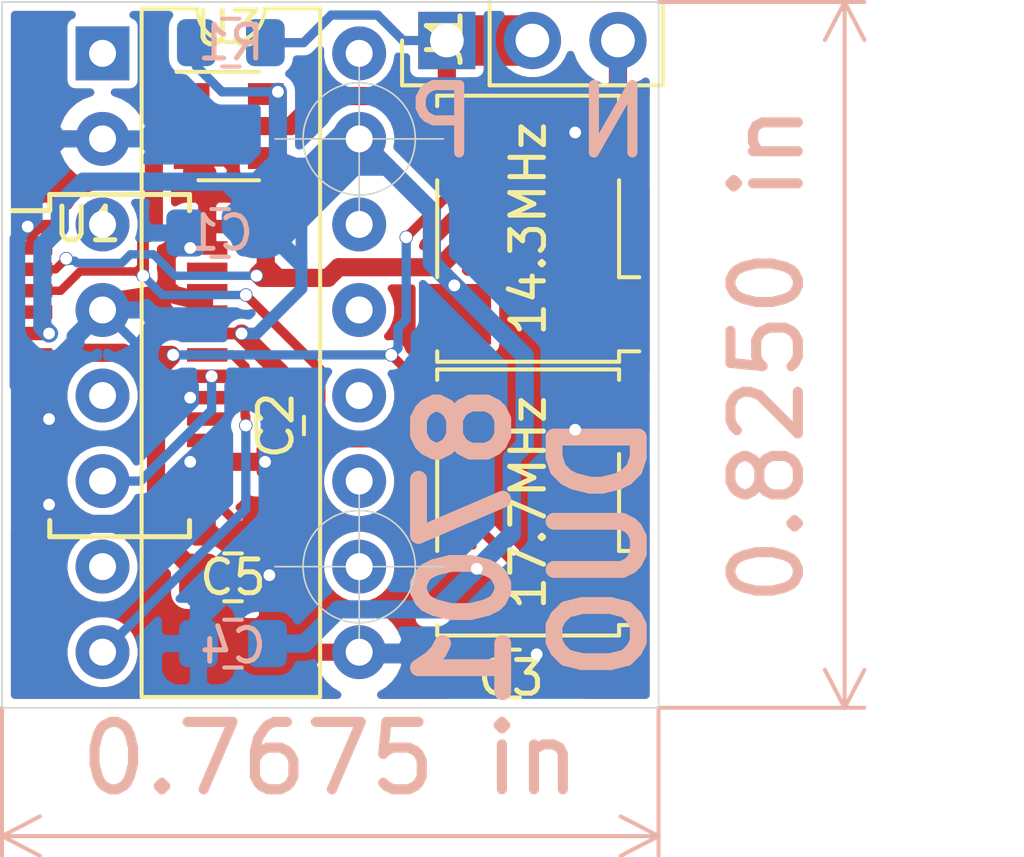
<source format=kicad_pcb>
(kicad_pcb (version 20171130) (host pcbnew "(5.1.5)-3")

  (general
    (thickness 1.6)
    (drawings 11)
    (tracks 276)
    (zones 0)
    (modules 12)
    (nets 17)
  )

  (page A4)
  (layers
    (0 F.Cu signal hide)
    (31 B.Cu signal hide)
    (32 B.Adhes user hide)
    (33 F.Adhes user hide)
    (34 B.Paste user hide)
    (35 F.Paste user hide)
    (36 B.SilkS user)
    (37 F.SilkS user)
    (38 B.Mask user hide)
    (39 F.Mask user hide)
    (40 Dwgs.User user)
    (41 Cmts.User user)
    (42 Eco1.User user)
    (43 Eco2.User user)
    (44 Edge.Cuts user)
    (45 Margin user)
    (46 B.CrtYd user)
    (47 F.CrtYd user)
    (48 B.Fab user hide)
    (49 F.Fab user hide)
  )

  (setup
    (last_trace_width 0.25)
    (user_trace_width 0.275)
    (user_trace_width 0.35)
    (user_trace_width 0.539)
    (user_trace_width 1.5)
    (trace_clearance 0.2)
    (zone_clearance 0.508)
    (zone_45_only no)
    (trace_min 0.2)
    (via_size 0.8)
    (via_drill 0.4)
    (via_min_size 0.35)
    (via_min_drill 0.3)
    (user_via 0.4 0.35)
    (uvia_size 0.3)
    (uvia_drill 0.1)
    (uvias_allowed no)
    (uvia_min_size 0.2)
    (uvia_min_drill 0.1)
    (edge_width 0.05)
    (segment_width 0.2)
    (pcb_text_width 0.3)
    (pcb_text_size 1.5 1.5)
    (mod_edge_width 0.12)
    (mod_text_size 1 1)
    (mod_text_width 0.15)
    (pad_size 1.524 1.524)
    (pad_drill 0.762)
    (pad_to_mask_clearance 0.051)
    (solder_mask_min_width 0.25)
    (aux_axis_origin 88.9 68.58)
    (visible_elements 7FFFFFFF)
    (pcbplotparams
      (layerselection 0x010f0_ffffffff)
      (usegerberextensions false)
      (usegerberattributes false)
      (usegerberadvancedattributes false)
      (creategerberjobfile false)
      (excludeedgelayer true)
      (linewidth 0.100000)
      (plotframeref false)
      (viasonmask false)
      (mode 1)
      (useauxorigin false)
      (hpglpennumber 1)
      (hpglpenspeed 20)
      (hpglpendiameter 15.000000)
      (psnegative false)
      (psa4output false)
      (plotreference true)
      (plotvalue true)
      (plotinvisibletext false)
      (padsonsilk false)
      (subtractmaskfromsilk false)
      (outputformat 1)
      (mirror false)
      (drillshape 0)
      (scaleselection 1)
      (outputdirectory "gerber/"))
  )

  (net 0 "")
  (net 1 +5V)
  (net 2 GND)
  (net 3 "Net-(J1-Pad1)")
  (net 4 "Net-(U2-Pad12)")
  (net 5 "Net-(C5-Pad1)")
  (net 6 "Net-(U1-Pad3)")
  (net 7 "Net-(U1-Pad5)")
  (net 8 "Net-(U1-Pad8)")
  (net 9 "Net-(U1-Pad12)")
  (net 10 "Net-(U1-Pad19)")
  (net 11 "Net-(U1-Pad21)")
  (net 12 "Net-(U1-Pad22)")
  (net 13 "Net-(U1-Pad26)")
  (net 14 "Net-(U2-Pad13)")
  (net 15 "Net-(U2-Pad14)")
  (net 16 "Net-(U2-Pad7)")

  (net_class Default "This is the default net class."
    (clearance 0.2)
    (trace_width 0.25)
    (via_dia 0.8)
    (via_drill 0.4)
    (uvia_dia 0.3)
    (uvia_drill 0.1)
    (add_net +5V)
    (add_net GND)
    (add_net "Net-(C5-Pad1)")
    (add_net "Net-(J1-Pad1)")
    (add_net "Net-(U1-Pad12)")
    (add_net "Net-(U1-Pad19)")
    (add_net "Net-(U1-Pad21)")
    (add_net "Net-(U1-Pad22)")
    (add_net "Net-(U1-Pad26)")
    (add_net "Net-(U1-Pad3)")
    (add_net "Net-(U1-Pad5)")
    (add_net "Net-(U1-Pad8)")
    (add_net "Net-(U2-Pad12)")
    (add_net "Net-(U2-Pad13)")
    (add_net "Net-(U2-Pad14)")
    (add_net "Net-(U2-Pad7)")
  )

  (module Capacitor_SMD:C_0805_2012Metric_Pad1.15x1.40mm_HandSolder (layer B.Cu) (tedit 5B36C52B) (tstamp 5EEF7AD4)
    (at 84.7725 66.294 180)
    (descr "Capacitor SMD 0805 (2012 Metric), square (rectangular) end terminal, IPC_7351 nominal with elongated pad for handsoldering. (Body size source: https://docs.google.com/spreadsheets/d/1BsfQQcO9C6DZCsRaXUlFlo91Tg2WpOkGARC1WS5S8t0/edit?usp=sharing), generated with kicad-footprint-generator")
    (tags "capacitor handsolder")
    (path /5EF3C9C0)
    (attr smd)
    (fp_text reference C1 (at 0 0) (layer B.SilkS)
      (effects (font (size 1 1) (thickness 0.15)) (justify mirror))
    )
    (fp_text value 10n (at 0 -1.65) (layer B.Fab)
      (effects (font (size 1 1) (thickness 0.15)) (justify mirror))
    )
    (fp_line (start -1 -0.6) (end -1 0.6) (layer B.Fab) (width 0.1))
    (fp_line (start -1 0.6) (end 1 0.6) (layer B.Fab) (width 0.1))
    (fp_line (start 1 0.6) (end 1 -0.6) (layer B.Fab) (width 0.1))
    (fp_line (start 1 -0.6) (end -1 -0.6) (layer B.Fab) (width 0.1))
    (fp_line (start -0.261252 0.71) (end 0.261252 0.71) (layer B.SilkS) (width 0.12))
    (fp_line (start -0.261252 -0.71) (end 0.261252 -0.71) (layer B.SilkS) (width 0.12))
    (fp_line (start -1.85 -0.95) (end -1.85 0.95) (layer B.CrtYd) (width 0.05))
    (fp_line (start -1.85 0.95) (end 1.85 0.95) (layer B.CrtYd) (width 0.05))
    (fp_line (start 1.85 0.95) (end 1.85 -0.95) (layer B.CrtYd) (width 0.05))
    (fp_line (start 1.85 -0.95) (end -1.85 -0.95) (layer B.CrtYd) (width 0.05))
    (fp_text user %R (at 0 0) (layer B.Fab)
      (effects (font (size 0.5 0.5) (thickness 0.08)) (justify mirror))
    )
    (pad 1 smd roundrect (at -1.025 0 180) (size 1.15 1.4) (layers B.Cu B.Paste B.Mask) (roundrect_rratio 0.217391)
      (net 1 +5V))
    (pad 2 smd roundrect (at 1.025 0 180) (size 1.15 1.4) (layers B.Cu B.Paste B.Mask) (roundrect_rratio 0.217391)
      (net 2 GND))
    (model ${KISYS3DMOD}/Capacitor_SMD.3dshapes/C_0805_2012Metric.wrl
      (at (xyz 0 0 0))
      (scale (xyz 1 1 1))
      (rotate (xyz 0 0 0))
    )
  )

  (module Capacitor_SMD:C_0805_2012Metric_Pad1.15x1.40mm_HandSolder (layer F.Cu) (tedit 5B36C52B) (tstamp 5EEF7AE5)
    (at 86.5505 72.009 270)
    (descr "Capacitor SMD 0805 (2012 Metric), square (rectangular) end terminal, IPC_7351 nominal with elongated pad for handsoldering. (Body size source: https://docs.google.com/spreadsheets/d/1BsfQQcO9C6DZCsRaXUlFlo91Tg2WpOkGARC1WS5S8t0/edit?usp=sharing), generated with kicad-footprint-generator")
    (tags "capacitor handsolder")
    (path /5EF3E3A3)
    (attr smd)
    (fp_text reference C2 (at 0 0.127 270) (layer F.SilkS)
      (effects (font (size 1 1) (thickness 0.15)))
    )
    (fp_text value 10n (at 0 1.65 270) (layer F.Fab)
      (effects (font (size 1 1) (thickness 0.15)))
    )
    (fp_text user %R (at 0 0 270) (layer F.Fab)
      (effects (font (size 0.5 0.5) (thickness 0.08)))
    )
    (fp_line (start 1.85 0.95) (end -1.85 0.95) (layer F.CrtYd) (width 0.05))
    (fp_line (start 1.85 -0.95) (end 1.85 0.95) (layer F.CrtYd) (width 0.05))
    (fp_line (start -1.85 -0.95) (end 1.85 -0.95) (layer F.CrtYd) (width 0.05))
    (fp_line (start -1.85 0.95) (end -1.85 -0.95) (layer F.CrtYd) (width 0.05))
    (fp_line (start -0.261252 0.71) (end 0.261252 0.71) (layer F.SilkS) (width 0.12))
    (fp_line (start -0.261252 -0.71) (end 0.261252 -0.71) (layer F.SilkS) (width 0.12))
    (fp_line (start 1 0.6) (end -1 0.6) (layer F.Fab) (width 0.1))
    (fp_line (start 1 -0.6) (end 1 0.6) (layer F.Fab) (width 0.1))
    (fp_line (start -1 -0.6) (end 1 -0.6) (layer F.Fab) (width 0.1))
    (fp_line (start -1 0.6) (end -1 -0.6) (layer F.Fab) (width 0.1))
    (pad 2 smd roundrect (at 1.025 0 270) (size 1.15 1.4) (layers F.Cu F.Paste F.Mask) (roundrect_rratio 0.217391)
      (net 2 GND))
    (pad 1 smd roundrect (at -1.025 0 270) (size 1.15 1.4) (layers F.Cu F.Paste F.Mask) (roundrect_rratio 0.217391)
      (net 1 +5V))
    (model ${KISYS3DMOD}/Capacitor_SMD.3dshapes/C_0805_2012Metric.wrl
      (at (xyz 0 0 0))
      (scale (xyz 1 1 1))
      (rotate (xyz 0 0 0))
    )
  )

  (module Connector_PinHeader_2.54mm:PinHeader_1x03_P2.54mm_Vertical (layer F.Cu) (tedit 59FED5CC) (tstamp 5EEFB727)
    (at 91.5035 60.579 90)
    (descr "Through hole straight pin header, 1x03, 2.54mm pitch, single row")
    (tags "Through hole pin header THT 1x03 2.54mm single row")
    (path /5EF16EAC)
    (fp_text reference J1 (at 0.0635 -0.0635 90) (layer F.SilkS)
      (effects (font (size 1 1) (thickness 0.15)))
    )
    (fp_text value Clock (at 0 7.41 90) (layer F.Fab)
      (effects (font (size 1 1) (thickness 0.15)))
    )
    (fp_line (start -0.635 -1.27) (end 1.27 -1.27) (layer F.Fab) (width 0.1))
    (fp_line (start 1.27 -1.27) (end 1.27 6.35) (layer F.Fab) (width 0.1))
    (fp_line (start 1.27 6.35) (end -1.27 6.35) (layer F.Fab) (width 0.1))
    (fp_line (start -1.27 6.35) (end -1.27 -0.635) (layer F.Fab) (width 0.1))
    (fp_line (start -1.27 -0.635) (end -0.635 -1.27) (layer F.Fab) (width 0.1))
    (fp_line (start -1.33 6.41) (end 1.33 6.41) (layer F.SilkS) (width 0.12))
    (fp_line (start -1.33 1.27) (end -1.33 6.41) (layer F.SilkS) (width 0.12))
    (fp_line (start 1.33 1.27) (end 1.33 6.41) (layer F.SilkS) (width 0.12))
    (fp_line (start -1.33 1.27) (end 1.33 1.27) (layer F.SilkS) (width 0.12))
    (fp_line (start -1.33 0) (end -1.33 -1.33) (layer F.SilkS) (width 0.12))
    (fp_line (start -1.33 -1.33) (end 0 -1.33) (layer F.SilkS) (width 0.12))
    (fp_line (start -1.8 -1.8) (end -1.8 6.85) (layer F.CrtYd) (width 0.05))
    (fp_line (start -1.8 6.85) (end 1.8 6.85) (layer F.CrtYd) (width 0.05))
    (fp_line (start 1.8 6.85) (end 1.8 -1.8) (layer F.CrtYd) (width 0.05))
    (fp_line (start 1.8 -1.8) (end -1.8 -1.8) (layer F.CrtYd) (width 0.05))
    (fp_text user %R (at 0 2.54) (layer F.Fab)
      (effects (font (size 1 1) (thickness 0.15)))
    )
    (pad 1 thru_hole rect (at 0 0 90) (size 1.7 1.7) (drill 1) (layers *.Cu *.Mask)
      (net 3 "Net-(J1-Pad1)"))
    (pad 2 thru_hole oval (at 0 2.54 90) (size 1.7 1.7) (drill 1) (layers *.Cu *.Mask)
      (net 3 "Net-(J1-Pad1)"))
    (pad 3 thru_hole oval (at 0 5.08 90) (size 1.7 1.7) (drill 1) (layers *.Cu *.Mask)
      (net 2 GND))
    (model ${KISYS3DMOD}/Connector_PinHeader_2.54mm.3dshapes/PinHeader_1x03_P2.54mm_Vertical.wrl
      (at (xyz 0 0 0))
      (scale (xyz 1 1 1))
      (rotate (xyz 0 0 0))
    )
  )

  (module Resistor_SMD:R_0805_2012Metric_Pad1.15x1.40mm_HandSolder (layer B.Cu) (tedit 5B36C52B) (tstamp 5EEF7B2F)
    (at 85.09 60.6425)
    (descr "Resistor SMD 0805 (2012 Metric), square (rectangular) end terminal, IPC_7351 nominal with elongated pad for handsoldering. (Body size source: https://docs.google.com/spreadsheets/d/1BsfQQcO9C6DZCsRaXUlFlo91Tg2WpOkGARC1WS5S8t0/edit?usp=sharing), generated with kicad-footprint-generator")
    (tags "resistor handsolder")
    (path /5EF17D87)
    (attr smd)
    (fp_text reference R1 (at 0 0) (layer B.SilkS)
      (effects (font (size 1 1) (thickness 0.15)) (justify mirror))
    )
    (fp_text value 5k6 (at 0 -1.65) (layer B.Fab)
      (effects (font (size 1 1) (thickness 0.15)) (justify mirror))
    )
    (fp_line (start -1 -0.6) (end -1 0.6) (layer B.Fab) (width 0.1))
    (fp_line (start -1 0.6) (end 1 0.6) (layer B.Fab) (width 0.1))
    (fp_line (start 1 0.6) (end 1 -0.6) (layer B.Fab) (width 0.1))
    (fp_line (start 1 -0.6) (end -1 -0.6) (layer B.Fab) (width 0.1))
    (fp_line (start -0.261252 0.71) (end 0.261252 0.71) (layer B.SilkS) (width 0.12))
    (fp_line (start -0.261252 -0.71) (end 0.261252 -0.71) (layer B.SilkS) (width 0.12))
    (fp_line (start -1.85 -0.95) (end -1.85 0.95) (layer B.CrtYd) (width 0.05))
    (fp_line (start -1.85 0.95) (end 1.85 0.95) (layer B.CrtYd) (width 0.05))
    (fp_line (start 1.85 0.95) (end 1.85 -0.95) (layer B.CrtYd) (width 0.05))
    (fp_line (start 1.85 -0.95) (end -1.85 -0.95) (layer B.CrtYd) (width 0.05))
    (fp_text user %R (at 0 0) (layer B.Fab)
      (effects (font (size 0.5 0.5) (thickness 0.08)) (justify mirror))
    )
    (pad 1 smd roundrect (at -1.025 0) (size 1.15 1.4) (layers B.Cu B.Paste B.Mask) (roundrect_rratio 0.217391)
      (net 1 +5V))
    (pad 2 smd roundrect (at 1.025 0) (size 1.15 1.4) (layers B.Cu B.Paste B.Mask) (roundrect_rratio 0.217391)
      (net 3 "Net-(J1-Pad1)"))
    (model ${KISYS3DMOD}/Resistor_SMD.3dshapes/R_0805_2012Metric.wrl
      (at (xyz 0 0 0))
      (scale (xyz 1 1 1))
      (rotate (xyz 0 0 0))
    )
  )

  (module Package_SO:SSOP-28_3.9x9.9mm_P0.635mm (layer F.Cu) (tedit 5A02F25C) (tstamp 5EEF7B77)
    (at 81.788 70.231)
    (descr "SSOP28: plastic shrink small outline package; 28 leads; body width 3.9 mm; lead pitch 0.635; (see http://cds.linear.com/docs/en/datasheet/38901fb.pdf)")
    (tags "SSOP 0.635")
    (path /5EEF6064)
    (attr smd)
    (fp_text reference U1 (at -0.9525 -4.191) (layer F.SilkS)
      (effects (font (size 1 1) (thickness 0.15)))
    )
    (fp_text value ICS525-01R (at -0.1 6.2) (layer F.Fab)
      (effects (font (size 1 1) (thickness 0.15)))
    )
    (fp_line (start -0.95 -4.95) (end 1.95 -4.95) (layer F.Fab) (width 0.15))
    (fp_line (start 1.95 -4.95) (end 1.95 4.95) (layer F.Fab) (width 0.15))
    (fp_line (start 1.95 4.95) (end -1.95 4.95) (layer F.Fab) (width 0.15))
    (fp_line (start -1.95 4.95) (end -1.95 -4) (layer F.Fab) (width 0.15))
    (fp_line (start -1.95 -4) (end -0.95 -4.95) (layer F.Fab) (width 0.15))
    (fp_line (start -3.45 -5.2) (end -3.45 5.2) (layer F.CrtYd) (width 0.05))
    (fp_line (start 3.45 -5.2) (end 3.45 5.2) (layer F.CrtYd) (width 0.05))
    (fp_line (start -3.45 -5.2) (end 3.45 -5.2) (layer F.CrtYd) (width 0.05))
    (fp_line (start -3.45 5.2) (end 3.45 5.2) (layer F.CrtYd) (width 0.05))
    (fp_line (start -2.075 -5.08) (end -2.075 -4.6) (layer F.SilkS) (width 0.15))
    (fp_line (start 2.075 -5.08) (end 2.075 -4.6) (layer F.SilkS) (width 0.15))
    (fp_line (start 2.075 5.08) (end 2.075 4.6) (layer F.SilkS) (width 0.15))
    (fp_line (start -2.075 5.08) (end -2.075 4.6) (layer F.SilkS) (width 0.15))
    (fp_line (start -2.075 -5.08) (end 2.075 -5.08) (layer F.SilkS) (width 0.15))
    (fp_line (start -2.075 5.08) (end 2.075 5.08) (layer F.SilkS) (width 0.15))
    (fp_line (start -2.075 -4.6) (end -3.2 -4.6) (layer F.SilkS) (width 0.15))
    (fp_text user %R (at 0 0) (layer F.Fab)
      (effects (font (size 0.8 0.8) (thickness 0.15)))
    )
    (pad 1 smd rect (at -2.6 -4.1275) (size 1.2 0.4) (layers F.Cu F.Paste F.Mask)
      (net 2 GND))
    (pad 2 smd rect (at -2.6 -3.4925) (size 1.2 0.4) (layers F.Cu F.Paste F.Mask)
      (net 2 GND))
    (pad 3 smd rect (at -2.6 -2.8575) (size 1.2 0.4) (layers F.Cu F.Paste F.Mask)
      (net 6 "Net-(U1-Pad3)"))
    (pad 4 smd rect (at -2.6 -2.2225) (size 1.2 0.4) (layers F.Cu F.Paste F.Mask)
      (net 3 "Net-(J1-Pad1)"))
    (pad 5 smd rect (at -2.6 -1.5875) (size 1.2 0.4) (layers F.Cu F.Paste F.Mask)
      (net 7 "Net-(U1-Pad5)"))
    (pad 6 smd rect (at -2.6 -0.9525) (size 1.2 0.4) (layers F.Cu F.Paste F.Mask)
      (net 1 +5V))
    (pad 7 smd rect (at -2.6 -0.3175) (size 1.2 0.4) (layers F.Cu F.Paste F.Mask)
      (net 5 "Net-(C5-Pad1)"))
    (pad 8 smd rect (at -2.6 0.3175) (size 1.2 0.4) (layers F.Cu F.Paste F.Mask)
      (net 8 "Net-(U1-Pad8)"))
    (pad 9 smd rect (at -2.6 0.9525) (size 1.2 0.4) (layers F.Cu F.Paste F.Mask)
      (net 2 GND))
    (pad 10 smd rect (at -2.6 1.5875) (size 1.2 0.4) (layers F.Cu F.Paste F.Mask)
      (net 2 GND))
    (pad 11 smd rect (at -2.6 2.2225) (size 1.2 0.4) (layers F.Cu F.Paste F.Mask)
      (net 2 GND))
    (pad 12 smd rect (at -2.6 2.8575) (size 1.2 0.4) (layers F.Cu F.Paste F.Mask)
      (net 9 "Net-(U1-Pad12)"))
    (pad 13 smd rect (at -2.6 3.4925) (size 1.2 0.4) (layers F.Cu F.Paste F.Mask)
      (net 2 GND))
    (pad 14 smd rect (at -2.6 4.1275) (size 1.2 0.4) (layers F.Cu F.Paste F.Mask)
      (net 2 GND))
    (pad 15 smd rect (at 2.6 4.1275) (size 1.2 0.4) (layers F.Cu F.Paste F.Mask)
      (net 2 GND))
    (pad 16 smd rect (at 2.6 3.4925) (size 1.2 0.4) (layers F.Cu F.Paste F.Mask)
      (net 2 GND))
    (pad 17 smd rect (at 2.6 2.8575) (size 1.2 0.4) (layers F.Cu F.Paste F.Mask)
      (net 2 GND))
    (pad 18 smd rect (at 2.6 2.2225) (size 1.2 0.4) (layers F.Cu F.Paste F.Mask)
      (net 2 GND))
    (pad 19 smd rect (at 2.6 1.5875) (size 1.2 0.4) (layers F.Cu F.Paste F.Mask)
      (net 10 "Net-(U1-Pad19)"))
    (pad 20 smd rect (at 2.6 0.9525) (size 1.2 0.4) (layers F.Cu F.Paste F.Mask)
      (net 2 GND))
    (pad 21 smd rect (at 2.6 0.3175) (size 1.2 0.4) (layers F.Cu F.Paste F.Mask)
      (net 11 "Net-(U1-Pad21)"))
    (pad 22 smd rect (at 2.6 -0.3175) (size 1.2 0.4) (layers F.Cu F.Paste F.Mask)
      (net 12 "Net-(U1-Pad22)"))
    (pad 23 smd rect (at 2.6 -0.9525) (size 1.2 0.4) (layers F.Cu F.Paste F.Mask)
      (net 1 +5V))
    (pad 24 smd rect (at 2.6 -1.5875) (size 1.2 0.4) (layers F.Cu F.Paste F.Mask)
      (net 2 GND))
    (pad 25 smd rect (at 2.6 -2.2225) (size 1.2 0.4) (layers F.Cu F.Paste F.Mask)
      (net 2 GND))
    (pad 26 smd rect (at 2.6 -2.8575) (size 1.2 0.4) (layers F.Cu F.Paste F.Mask)
      (net 13 "Net-(U1-Pad26)"))
    (pad 27 smd rect (at 2.6 -3.4925) (size 1.2 0.4) (layers F.Cu F.Paste F.Mask)
      (net 2 GND))
    (pad 28 smd rect (at 2.6 -4.1275) (size 1.2 0.4) (layers F.Cu F.Paste F.Mask)
      (net 2 GND))
    (model ${KISYS3DMOD}/Package_SO.3dshapes/SSOP-28_3.9x9.9mm_P0.635mm.wrl
      (at (xyz 0 0 0))
      (scale (xyz 1 1 1))
      (rotate (xyz 0 0 0))
    )
  )

  (module Package_DIP:DIP-16_W7.62mm (layer F.Cu) (tedit 5A02E8C5) (tstamp 5EEF7B9B)
    (at 81.28 60.96)
    (descr "16-lead though-hole mounted DIP package, row spacing 7.62 mm (300 mils)")
    (tags "THT DIP DIL PDIP 2.54mm 7.62mm 300mil")
    (path /5EEEFC23)
    (fp_text reference U2 (at 3.81 -2.33) (layer F.SilkS)
      (effects (font (size 1 1) (thickness 0.15)))
    )
    (fp_text value MOS8701 (at 3.81 20.11) (layer F.Fab)
      (effects (font (size 1 1) (thickness 0.15)))
    )
    (fp_arc (start 3.81 -1.33) (end 2.81 -1.33) (angle -180) (layer F.SilkS) (width 0.12))
    (fp_line (start 1.635 -1.27) (end 6.985 -1.27) (layer F.Fab) (width 0.1))
    (fp_line (start 6.985 -1.27) (end 6.985 19.05) (layer F.Fab) (width 0.1))
    (fp_line (start 6.985 19.05) (end 0.635 19.05) (layer F.Fab) (width 0.1))
    (fp_line (start 0.635 19.05) (end 0.635 -0.27) (layer F.Fab) (width 0.1))
    (fp_line (start 0.635 -0.27) (end 1.635 -1.27) (layer F.Fab) (width 0.1))
    (fp_line (start 2.81 -1.33) (end 1.16 -1.33) (layer F.SilkS) (width 0.12))
    (fp_line (start 1.16 -1.33) (end 1.16 19.11) (layer F.SilkS) (width 0.12))
    (fp_line (start 1.16 19.11) (end 6.46 19.11) (layer F.SilkS) (width 0.12))
    (fp_line (start 6.46 19.11) (end 6.46 -1.33) (layer F.SilkS) (width 0.12))
    (fp_line (start 6.46 -1.33) (end 4.81 -1.33) (layer F.SilkS) (width 0.12))
    (fp_line (start -1.1 -1.55) (end -1.1 19.3) (layer F.CrtYd) (width 0.05))
    (fp_line (start -1.1 19.3) (end 8.7 19.3) (layer F.CrtYd) (width 0.05))
    (fp_line (start 8.7 19.3) (end 8.7 -1.55) (layer F.CrtYd) (width 0.05))
    (fp_line (start 8.7 -1.55) (end -1.1 -1.55) (layer F.CrtYd) (width 0.05))
    (fp_text user %R (at 3.81 8.89) (layer F.Fab)
      (effects (font (size 1 1) (thickness 0.15)))
    )
    (pad 1 thru_hole rect (at 0 0) (size 1.6 1.6) (drill 0.8) (layers *.Cu *.Mask))
    (pad 9 thru_hole oval (at 7.62 17.78) (size 1.6 1.6) (drill 0.8) (layers *.Cu *.Mask)
      (net 2 GND))
    (pad 2 thru_hole oval (at 0 2.54) (size 1.6 1.6) (drill 0.8) (layers *.Cu *.Mask)
      (net 2 GND))
    (pad 10 thru_hole oval (at 7.62 15.24) (size 1.6 1.6) (drill 0.8) (layers *.Cu *.Mask))
    (pad 3 thru_hole oval (at 0 5.08) (size 1.6 1.6) (drill 0.8) (layers *.Cu *.Mask))
    (pad 11 thru_hole oval (at 7.62 12.7) (size 1.6 1.6) (drill 0.8) (layers *.Cu *.Mask))
    (pad 4 thru_hole oval (at 0 7.62) (size 1.6 1.6) (drill 0.8) (layers *.Cu *.Mask)
      (net 2 GND))
    (pad 12 thru_hole oval (at 7.62 10.16) (size 1.6 1.6) (drill 0.8) (layers *.Cu *.Mask)
      (net 4 "Net-(U2-Pad12)"))
    (pad 5 thru_hole oval (at 0 10.16) (size 1.6 1.6) (drill 0.8) (layers *.Cu *.Mask))
    (pad 13 thru_hole oval (at 7.62 7.62) (size 1.6 1.6) (drill 0.8) (layers *.Cu *.Mask)
      (net 14 "Net-(U2-Pad13)"))
    (pad 6 thru_hole oval (at 0 12.7) (size 1.6 1.6) (drill 0.8) (layers *.Cu *.Mask)
      (net 11 "Net-(U1-Pad21)"))
    (pad 14 thru_hole oval (at 7.62 5.08) (size 1.6 1.6) (drill 0.8) (layers *.Cu *.Mask)
      (net 15 "Net-(U2-Pad14)"))
    (pad 7 thru_hole oval (at 0 15.24) (size 1.6 1.6) (drill 0.8) (layers *.Cu *.Mask)
      (net 16 "Net-(U2-Pad7)"))
    (pad 15 thru_hole oval (at 7.62 2.54) (size 1.6 1.6) (drill 0.8) (layers *.Cu *.Mask)
      (net 1 +5V))
    (pad 8 thru_hole oval (at 0 17.78) (size 1.6 1.6) (drill 0.8) (layers *.Cu *.Mask)
      (net 12 "Net-(U1-Pad22)"))
    (pad 16 thru_hole oval (at 7.62 0) (size 1.6 1.6) (drill 0.8) (layers *.Cu *.Mask))
  )

  (module Capacitor_SMD:C_0805_2012Metric_Pad1.15x1.40mm_HandSolder (layer F.Cu) (tedit 5B36C52B) (tstamp 5EEF9DE6)
    (at 85.1535 76.5175)
    (descr "Capacitor SMD 0805 (2012 Metric), square (rectangular) end terminal, IPC_7351 nominal with elongated pad for handsoldering. (Body size source: https://docs.google.com/spreadsheets/d/1BsfQQcO9C6DZCsRaXUlFlo91Tg2WpOkGARC1WS5S8t0/edit?usp=sharing), generated with kicad-footprint-generator")
    (tags "capacitor handsolder")
    (path /5EF8F630)
    (attr smd)
    (fp_text reference C5 (at 0 0) (layer F.SilkS)
      (effects (font (size 1 1) (thickness 0.15)))
    )
    (fp_text value 15p-45p (at 0 1.65) (layer F.Fab)
      (effects (font (size 1 1) (thickness 0.15)))
    )
    (fp_line (start -1 0.6) (end -1 -0.6) (layer F.Fab) (width 0.1))
    (fp_line (start -1 -0.6) (end 1 -0.6) (layer F.Fab) (width 0.1))
    (fp_line (start 1 -0.6) (end 1 0.6) (layer F.Fab) (width 0.1))
    (fp_line (start 1 0.6) (end -1 0.6) (layer F.Fab) (width 0.1))
    (fp_line (start -0.261252 -0.71) (end 0.261252 -0.71) (layer F.SilkS) (width 0.12))
    (fp_line (start -0.261252 0.71) (end 0.261252 0.71) (layer F.SilkS) (width 0.12))
    (fp_line (start -1.85 0.95) (end -1.85 -0.95) (layer F.CrtYd) (width 0.05))
    (fp_line (start -1.85 -0.95) (end 1.85 -0.95) (layer F.CrtYd) (width 0.05))
    (fp_line (start 1.85 -0.95) (end 1.85 0.95) (layer F.CrtYd) (width 0.05))
    (fp_line (start 1.85 0.95) (end -1.85 0.95) (layer F.CrtYd) (width 0.05))
    (fp_text user %R (at 0 0) (layer F.Fab)
      (effects (font (size 0.5 0.5) (thickness 0.08)))
    )
    (pad 1 smd roundrect (at -1.025 0) (size 1.15 1.4) (layers F.Cu F.Paste F.Mask) (roundrect_rratio 0.217391)
      (net 5 "Net-(C5-Pad1)"))
    (pad 2 smd roundrect (at 1.025 0) (size 1.15 1.4) (layers F.Cu F.Paste F.Mask) (roundrect_rratio 0.217391)
      (net 2 GND))
    (model ${KISYS3DMOD}/Capacitor_SMD.3dshapes/C_0805_2012Metric.wrl
      (at (xyz 0 0 0))
      (scale (xyz 1 1 1))
      (rotate (xyz 0 0 0))
    )
  )

  (module Oscillator:Oscillator_SMD_IQD_IQXO70-4Pin_7.5x5.0mm (layer F.Cu) (tedit 58CD3345) (tstamp 5F50442D)
    (at 93.9165 66.167 90)
    (descr "IQD Crystal Clock Oscillator IQXO-70, http://www.iqdfrequencyproducts.com/products/details/iqxo-70-11-30.pdf, 7.5x5.0mm^2 package")
    (tags "SMD SMT crystal oscillator")
    (path /5EEFC387)
    (attr smd)
    (fp_text reference 14.3MHz (at 0 0 90) (layer F.SilkS)
      (effects (font (size 1 1) (thickness 0.15)))
    )
    (fp_text value LFSPXO021772Bulk (at 0 4.1 90) (layer F.Fab)
      (effects (font (size 1 1) (thickness 0.15)))
    )
    (fp_circle (center 0 0) (end 0.233333 0) (layer F.Adhes) (width 0.466667))
    (fp_circle (center 0 0) (end 0.533333 0) (layer F.Adhes) (width 0.333333))
    (fp_circle (center 0 0) (end 0.833333 0) (layer F.Adhes) (width 0.333333))
    (fp_circle (center 0 0) (end 1 0) (layer F.Adhes) (width 0.1))
    (fp_line (start 4 -3.4) (end -4 -3.4) (layer F.CrtYd) (width 0.05))
    (fp_line (start 4 3.4) (end 4 -3.4) (layer F.CrtYd) (width 0.05))
    (fp_line (start -4 3.4) (end 4 3.4) (layer F.CrtYd) (width 0.05))
    (fp_line (start -4 -3.4) (end -4 3.4) (layer F.CrtYd) (width 0.05))
    (fp_line (start -1.44 2.7) (end -1.44 3.3) (layer F.SilkS) (width 0.12))
    (fp_line (start 1.44 2.7) (end -1.44 2.7) (layer F.SilkS) (width 0.12))
    (fp_line (start -3.95 -2.7) (end -3.64 -2.7) (layer F.SilkS) (width 0.12))
    (fp_line (start -3.95 2.7) (end -3.95 -2.7) (layer F.SilkS) (width 0.12))
    (fp_line (start -3.64 2.7) (end -3.95 2.7) (layer F.SilkS) (width 0.12))
    (fp_line (start -3.64 3.3) (end -3.64 2.7) (layer F.SilkS) (width 0.12))
    (fp_line (start -1.44 -2.7) (end 1.44 -2.7) (layer F.SilkS) (width 0.12))
    (fp_line (start 3.95 2.7) (end 3.64 2.7) (layer F.SilkS) (width 0.12))
    (fp_line (start 3.95 -2.7) (end 3.95 2.7) (layer F.SilkS) (width 0.12))
    (fp_line (start 3.64 -2.7) (end 3.95 -2.7) (layer F.SilkS) (width 0.12))
    (fp_line (start -3.75 1.5) (end -2.75 2.5) (layer F.Fab) (width 0.1))
    (fp_line (start -3.75 -2.1) (end -3.35 -2.5) (layer F.Fab) (width 0.1))
    (fp_line (start -3.75 2.1) (end -3.75 -2.1) (layer F.Fab) (width 0.1))
    (fp_line (start -3.35 2.5) (end -3.75 2.1) (layer F.Fab) (width 0.1))
    (fp_line (start 3.35 2.5) (end -3.35 2.5) (layer F.Fab) (width 0.1))
    (fp_line (start 3.75 2.1) (end 3.35 2.5) (layer F.Fab) (width 0.1))
    (fp_line (start 3.75 -2.1) (end 3.75 2.1) (layer F.Fab) (width 0.1))
    (fp_line (start 3.35 -2.5) (end 3.75 -2.1) (layer F.Fab) (width 0.1))
    (fp_line (start -3.35 -2.5) (end 3.35 -2.5) (layer F.Fab) (width 0.1))
    (fp_text user %R (at 0 0 90) (layer F.Fab)
      (effects (font (size 1 1) (thickness 0.15)))
    )
    (pad 4 smd rect (at -2.54 -2.1 90) (size 1.8 2) (layers F.Cu F.Paste F.Mask)
      (net 1 +5V))
    (pad 3 smd rect (at 2.54 -2.1 90) (size 1.8 2) (layers F.Cu F.Paste F.Mask)
      (net 5 "Net-(C5-Pad1)"))
    (pad 2 smd rect (at 2.54 2.1 90) (size 1.8 2) (layers F.Cu F.Paste F.Mask)
      (net 2 GND))
    (pad 1 smd rect (at -2.54 2.1 90) (size 1.8 2) (layers F.Cu F.Paste F.Mask)
      (net 3 "Net-(J1-Pad1)"))
    (model ${KISYS3DMOD}/Oscillator.3dshapes/Oscillator_SMD_IQD_IQXO70-4Pin_7.5x5.0mm.wrl
      (at (xyz 0 0 0))
      (scale (xyz 1 1 1))
      (rotate (xyz 0 0 0))
    )
  )

  (module Oscillator:Oscillator_SMD_IQD_IQXO70-4Pin_7.5x5.0mm (layer F.Cu) (tedit 58CD3345) (tstamp 5EEF9143)
    (at 93.9165 74.295 90)
    (descr "IQD Crystal Clock Oscillator IQXO-70, http://www.iqdfrequencyproducts.com/products/details/iqxo-70-11-30.pdf, 7.5x5.0mm^2 package")
    (tags "SMD SMT crystal oscillator")
    (path /5EEFB5E2)
    (attr smd)
    (fp_text reference 17.7MHz (at 0 0 90) (layer F.SilkS)
      (effects (font (size 1 1) (thickness 0.15)))
    )
    (fp_text value LFSPXO020648Bulk (at 0 4.1 90) (layer F.Fab)
      (effects (font (size 1 1) (thickness 0.15)))
    )
    (fp_text user %R (at 0 0 90) (layer F.Fab)
      (effects (font (size 1 1) (thickness 0.15)))
    )
    (fp_line (start -3.35 -2.5) (end 3.35 -2.5) (layer F.Fab) (width 0.1))
    (fp_line (start 3.35 -2.5) (end 3.75 -2.1) (layer F.Fab) (width 0.1))
    (fp_line (start 3.75 -2.1) (end 3.75 2.1) (layer F.Fab) (width 0.1))
    (fp_line (start 3.75 2.1) (end 3.35 2.5) (layer F.Fab) (width 0.1))
    (fp_line (start 3.35 2.5) (end -3.35 2.5) (layer F.Fab) (width 0.1))
    (fp_line (start -3.35 2.5) (end -3.75 2.1) (layer F.Fab) (width 0.1))
    (fp_line (start -3.75 2.1) (end -3.75 -2.1) (layer F.Fab) (width 0.1))
    (fp_line (start -3.75 -2.1) (end -3.35 -2.5) (layer F.Fab) (width 0.1))
    (fp_line (start -3.75 1.5) (end -2.75 2.5) (layer F.Fab) (width 0.1))
    (fp_line (start 3.64 -2.7) (end 3.95 -2.7) (layer F.SilkS) (width 0.12))
    (fp_line (start 3.95 -2.7) (end 3.95 2.7) (layer F.SilkS) (width 0.12))
    (fp_line (start 3.95 2.7) (end 3.64 2.7) (layer F.SilkS) (width 0.12))
    (fp_line (start -1.44 -2.7) (end 1.44 -2.7) (layer F.SilkS) (width 0.12))
    (fp_line (start -3.64 3.3) (end -3.64 2.7) (layer F.SilkS) (width 0.12))
    (fp_line (start -3.64 2.7) (end -3.95 2.7) (layer F.SilkS) (width 0.12))
    (fp_line (start -3.95 2.7) (end -3.95 -2.7) (layer F.SilkS) (width 0.12))
    (fp_line (start -3.95 -2.7) (end -3.64 -2.7) (layer F.SilkS) (width 0.12))
    (fp_line (start 1.44 2.7) (end -1.44 2.7) (layer F.SilkS) (width 0.12))
    (fp_line (start -1.44 2.7) (end -1.44 3.3) (layer F.SilkS) (width 0.12))
    (fp_line (start -4 -3.4) (end -4 3.4) (layer F.CrtYd) (width 0.05))
    (fp_line (start -4 3.4) (end 4 3.4) (layer F.CrtYd) (width 0.05))
    (fp_line (start 4 3.4) (end 4 -3.4) (layer F.CrtYd) (width 0.05))
    (fp_line (start 4 -3.4) (end -4 -3.4) (layer F.CrtYd) (width 0.05))
    (fp_circle (center 0 0) (end 1 0) (layer F.Adhes) (width 0.1))
    (fp_circle (center 0 0) (end 0.833333 0) (layer F.Adhes) (width 0.333333))
    (fp_circle (center 0 0) (end 0.533333 0) (layer F.Adhes) (width 0.333333))
    (fp_circle (center 0 0) (end 0.233333 0) (layer F.Adhes) (width 0.466667))
    (pad 1 smd rect (at -2.54 2.1 90) (size 1.8 2) (layers F.Cu F.Paste F.Mask)
      (net 6 "Net-(U1-Pad3)"))
    (pad 2 smd rect (at 2.54 2.1 90) (size 1.8 2) (layers F.Cu F.Paste F.Mask)
      (net 2 GND))
    (pad 3 smd rect (at 2.54 -2.1 90) (size 1.8 2) (layers F.Cu F.Paste F.Mask)
      (net 5 "Net-(C5-Pad1)"))
    (pad 4 smd rect (at -2.54 -2.1 90) (size 1.8 2) (layers F.Cu F.Paste F.Mask)
      (net 1 +5V))
    (model ${KISYS3DMOD}/Oscillator.3dshapes/Oscillator_SMD_IQD_IQXO70-4Pin_7.5x5.0mm.wrl
      (at (xyz 0 0 0))
      (scale (xyz 1 1 1))
      (rotate (xyz 0 0 0))
    )
  )

  (module Capacitor_SMD:C_0805_2012Metric_Pad1.15x1.40mm_HandSolder (layer F.Cu) (tedit 5B36C52B) (tstamp 5EEFA475)
    (at 93.4085 79.375 180)
    (descr "Capacitor SMD 0805 (2012 Metric), square (rectangular) end terminal, IPC_7351 nominal with elongated pad for handsoldering. (Body size source: https://docs.google.com/spreadsheets/d/1BsfQQcO9C6DZCsRaXUlFlo91Tg2WpOkGARC1WS5S8t0/edit?usp=sharing), generated with kicad-footprint-generator")
    (tags "capacitor handsolder")
    (path /5EF30FE4)
    (attr smd)
    (fp_text reference C3 (at 0 -0.127) (layer F.SilkS)
      (effects (font (size 1 1) (thickness 0.15)))
    )
    (fp_text value 100n (at 0 1.65) (layer F.Fab)
      (effects (font (size 1 1) (thickness 0.15)))
    )
    (fp_line (start -1 0.6) (end -1 -0.6) (layer F.Fab) (width 0.1))
    (fp_line (start -1 -0.6) (end 1 -0.6) (layer F.Fab) (width 0.1))
    (fp_line (start 1 -0.6) (end 1 0.6) (layer F.Fab) (width 0.1))
    (fp_line (start 1 0.6) (end -1 0.6) (layer F.Fab) (width 0.1))
    (fp_line (start -0.261252 -0.71) (end 0.261252 -0.71) (layer F.SilkS) (width 0.12))
    (fp_line (start -0.261252 0.71) (end 0.261252 0.71) (layer F.SilkS) (width 0.12))
    (fp_line (start -1.85 0.95) (end -1.85 -0.95) (layer F.CrtYd) (width 0.05))
    (fp_line (start -1.85 -0.95) (end 1.85 -0.95) (layer F.CrtYd) (width 0.05))
    (fp_line (start 1.85 -0.95) (end 1.85 0.95) (layer F.CrtYd) (width 0.05))
    (fp_line (start 1.85 0.95) (end -1.85 0.95) (layer F.CrtYd) (width 0.05))
    (fp_text user %R (at 0 0) (layer F.Fab)
      (effects (font (size 0.5 0.5) (thickness 0.08)))
    )
    (pad 1 smd roundrect (at -1.025 0 180) (size 1.15 1.4) (layers F.Cu F.Paste F.Mask) (roundrect_rratio 0.217391)
      (net 2 GND))
    (pad 2 smd roundrect (at 1.025 0 180) (size 1.15 1.4) (layers F.Cu F.Paste F.Mask) (roundrect_rratio 0.217391)
      (net 1 +5V))
    (model ${KISYS3DMOD}/Capacitor_SMD.3dshapes/C_0805_2012Metric.wrl
      (at (xyz 0 0 0))
      (scale (xyz 1 1 1))
      (rotate (xyz 0 0 0))
    )
  )

  (module Capacitor_SMD:C_0805_2012Metric_Pad1.15x1.40mm_HandSolder (layer B.Cu) (tedit 5B36C52B) (tstamp 5EEFA486)
    (at 85.1535 78.486)
    (descr "Capacitor SMD 0805 (2012 Metric), square (rectangular) end terminal, IPC_7351 nominal with elongated pad for handsoldering. (Body size source: https://docs.google.com/spreadsheets/d/1BsfQQcO9C6DZCsRaXUlFlo91Tg2WpOkGARC1WS5S8t0/edit?usp=sharing), generated with kicad-footprint-generator")
    (tags "capacitor handsolder")
    (path /5EF31C07)
    (attr smd)
    (fp_text reference C4 (at 0 0.0635) (layer B.SilkS)
      (effects (font (size 1 1) (thickness 0.15)) (justify mirror))
    )
    (fp_text value 100n (at 0 -1.65) (layer B.Fab)
      (effects (font (size 1 1) (thickness 0.15)) (justify mirror))
    )
    (fp_text user %R (at 0 0) (layer B.Fab)
      (effects (font (size 0.5 0.5) (thickness 0.08)) (justify mirror))
    )
    (fp_line (start 1.85 -0.95) (end -1.85 -0.95) (layer B.CrtYd) (width 0.05))
    (fp_line (start 1.85 0.95) (end 1.85 -0.95) (layer B.CrtYd) (width 0.05))
    (fp_line (start -1.85 0.95) (end 1.85 0.95) (layer B.CrtYd) (width 0.05))
    (fp_line (start -1.85 -0.95) (end -1.85 0.95) (layer B.CrtYd) (width 0.05))
    (fp_line (start -0.261252 -0.71) (end 0.261252 -0.71) (layer B.SilkS) (width 0.12))
    (fp_line (start -0.261252 0.71) (end 0.261252 0.71) (layer B.SilkS) (width 0.12))
    (fp_line (start 1 -0.6) (end -1 -0.6) (layer B.Fab) (width 0.1))
    (fp_line (start 1 0.6) (end 1 -0.6) (layer B.Fab) (width 0.1))
    (fp_line (start -1 0.6) (end 1 0.6) (layer B.Fab) (width 0.1))
    (fp_line (start -1 -0.6) (end -1 0.6) (layer B.Fab) (width 0.1))
    (pad 2 smd roundrect (at 1.025 0) (size 1.15 1.4) (layers B.Cu B.Paste B.Mask) (roundrect_rratio 0.217391)
      (net 1 +5V))
    (pad 1 smd roundrect (at -1.025 0) (size 1.15 1.4) (layers B.Cu B.Paste B.Mask) (roundrect_rratio 0.217391)
      (net 2 GND))
    (model ${KISYS3DMOD}/Capacitor_SMD.3dshapes/C_0805_2012Metric.wrl
      (at (xyz 0 0 0))
      (scale (xyz 1 1 1))
      (rotate (xyz 0 0 0))
    )
  )

  (module Package_TO_SOT_SMD:SOT-23-5 (layer F.Cu) (tedit 5A02FF57) (tstamp 5EEFA49B)
    (at 85.0265 63.119)
    (descr "5-pin SOT23 package")
    (tags SOT-23-5)
    (path /5EF47840)
    (attr smd)
    (fp_text reference U3 (at 0 -2.9) (layer F.SilkS)
      (effects (font (size 1 1) (thickness 0.15)))
    )
    (fp_text value 74LVC1G06 (at 0 2.9) (layer F.Fab)
      (effects (font (size 1 1) (thickness 0.15)))
    )
    (fp_text user %R (at 0 0 90) (layer F.Fab)
      (effects (font (size 0.5 0.5) (thickness 0.075)))
    )
    (fp_line (start -0.9 1.61) (end 0.9 1.61) (layer F.SilkS) (width 0.12))
    (fp_line (start 0.9 -1.61) (end -1.55 -1.61) (layer F.SilkS) (width 0.12))
    (fp_line (start -1.9 -1.8) (end 1.9 -1.8) (layer F.CrtYd) (width 0.05))
    (fp_line (start 1.9 -1.8) (end 1.9 1.8) (layer F.CrtYd) (width 0.05))
    (fp_line (start 1.9 1.8) (end -1.9 1.8) (layer F.CrtYd) (width 0.05))
    (fp_line (start -1.9 1.8) (end -1.9 -1.8) (layer F.CrtYd) (width 0.05))
    (fp_line (start -0.9 -0.9) (end -0.25 -1.55) (layer F.Fab) (width 0.1))
    (fp_line (start 0.9 -1.55) (end -0.25 -1.55) (layer F.Fab) (width 0.1))
    (fp_line (start -0.9 -0.9) (end -0.9 1.55) (layer F.Fab) (width 0.1))
    (fp_line (start 0.9 1.55) (end -0.9 1.55) (layer F.Fab) (width 0.1))
    (fp_line (start 0.9 -1.55) (end 0.9 1.55) (layer F.Fab) (width 0.1))
    (pad 1 smd rect (at -1.1 -0.95) (size 1.06 0.65) (layers F.Cu F.Paste F.Mask))
    (pad 2 smd rect (at -1.1 0) (size 1.06 0.65) (layers F.Cu F.Paste F.Mask)
      (net 3 "Net-(J1-Pad1)"))
    (pad 3 smd rect (at -1.1 0.95) (size 1.06 0.65) (layers F.Cu F.Paste F.Mask)
      (net 2 GND))
    (pad 4 smd rect (at 1.1 0.95) (size 1.06 0.65) (layers F.Cu F.Paste F.Mask)
      (net 6 "Net-(U1-Pad3)"))
    (pad 5 smd rect (at 1.1 -0.95) (size 1.06 0.65) (layers F.Cu F.Paste F.Mask)
      (net 1 +5V))
    (model ${KISYS3DMOD}/Package_TO_SOT_SMD.3dshapes/SOT-23-5.wrl
      (at (xyz 0 0 0))
      (scale (xyz 1 1 1))
      (rotate (xyz 0 0 0))
    )
  )

  (dimension 20.955 (width 0.12) (layer B.SilkS) (tstamp 5EEF9D14)
    (gr_text "20.955 mm" (at 104.5845 69.9135 90) (layer B.SilkS) (tstamp 5EEF9D14)
      (effects (font (size 2 2) (thickness 0.3)))
    )
    (feature1 (pts (xy 97.79 59.436) (xy 103.900921 59.436)))
    (feature2 (pts (xy 97.79 80.391) (xy 103.900921 80.391)))
    (crossbar (pts (xy 103.3145 80.391) (xy 103.3145 59.436)))
    (arrow1a (pts (xy 103.3145 59.436) (xy 103.900921 60.562504)))
    (arrow1b (pts (xy 103.3145 59.436) (xy 102.728079 60.562504)))
    (arrow2a (pts (xy 103.3145 80.391) (xy 103.900921 79.264496)))
    (arrow2b (pts (xy 103.3145 80.391) (xy 102.728079 79.264496)))
  )
  (dimension 19.4945 (width 0.12) (layer B.SilkS)
    (gr_text "19.494 mm" (at 88.04275 86.621) (layer B.SilkS)
      (effects (font (size 2 2) (thickness 0.3)))
    )
    (feature1 (pts (xy 97.79 80.391) (xy 97.79 84.787421)))
    (feature2 (pts (xy 78.2955 80.391) (xy 78.2955 84.787421)))
    (crossbar (pts (xy 78.2955 84.201) (xy 97.79 84.201)))
    (arrow1a (pts (xy 97.79 84.201) (xy 96.663496 84.787421)))
    (arrow1b (pts (xy 97.79 84.201) (xy 96.663496 83.614579)))
    (arrow2a (pts (xy 78.2955 84.201) (xy 79.422004 84.787421)))
    (arrow2b (pts (xy 78.2955 84.201) (xy 79.422004 83.614579)))
  )
  (target plus (at 88.9 76.2) (size 5) (width 0.05) (layer Edge.Cuts) (tstamp 5EEF9D0A))
  (target plus (at 88.9 63.5) (size 5) (width 0.05) (layer Edge.Cuts))
  (gr_text "N  P" (at 93.9165 62.992) (layer B.SilkS)
    (effects (font (size 2 2) (thickness 0.3)) (justify mirror))
  )
  (gr_line (start 97.79 80.391) (end 97.79 80.137) (layer Edge.Cuts) (width 0.05) (tstamp 5EEF8F5F))
  (gr_line (start 78.2955 80.391) (end 97.79 80.391) (layer Edge.Cuts) (width 0.05))
  (gr_line (start 78.2955 80.391) (end 78.2955 59.436) (layer Edge.Cuts) (width 0.05) (tstamp 5EEFAAED))
  (gr_line (start 97.79 59.436) (end 97.79 80.137) (layer Edge.Cuts) (width 0.05))
  (gr_line (start 78.2955 59.436) (end 97.79 59.436) (layer Edge.Cuts) (width 0.05))
  (gr_text "8701\nDUO" (at 94.0435 75.6285 90) (layer B.SilkS)
    (effects (font (size 2.5 2.5) (thickness 0.5)) (justify mirror))
  )

  (via (at 79.6925 69.2785) (size 0.4) (drill 0.35) (layers F.Cu B.Cu) (net 1) (status 30))
  (segment (start 79.492501 66.659361) (end 80.010499 66.141363) (width 0.539) (layer B.Cu) (net 1))
  (segment (start 80.010499 65.468001) (end 80.708999 64.769501) (width 0.539) (layer B.Cu) (net 1))
  (segment (start 79.6925 69.2785) (end 79.492501 69.078501) (width 0.539) (layer B.Cu) (net 1))
  (segment (start 79.492501 69.078501) (end 79.492501 66.659361) (width 0.539) (layer B.Cu) (net 1))
  (segment (start 80.010499 66.141363) (end 80.010499 65.468001) (width 0.539) (layer B.Cu) (net 1))
  (segment (start 80.708999 64.769501) (end 84.973001 64.769501) (width 0.539) (layer B.Cu) (net 1))
  (segment (start 85.7975 65.594) (end 85.7885 65.585) (width 0.539) (layer B.Cu) (net 1))
  (segment (start 85.7885 65.585) (end 85.7885 65.024) (width 0.539) (layer B.Cu) (net 1))
  (segment (start 87.376 65.024) (end 88.9 63.5) (width 0.539) (layer B.Cu) (net 1))
  (segment (start 85.217 65.024) (end 84.963 64.77) (width 0.539) (layer B.Cu) (net 1))
  (segment (start 84.973001 64.769501) (end 84.963 64.77) (width 0.539) (layer B.Cu) (net 1))
  (segment (start 85.7885 65.024) (end 85.217 65.024) (width 0.539) (layer B.Cu) (net 1))
  (segment (start 85.7975 65.594) (end 86.3675 65.024) (width 0.539) (layer B.Cu) (net 1))
  (segment (start 86.3675 65.024) (end 86.5505 65.024) (width 0.539) (layer B.Cu) (net 1))
  (segment (start 85.7975 66.294) (end 85.7975 65.594) (width 0.539) (layer B.Cu) (net 1))
  (segment (start 85.7885 65.024) (end 86.5505 65.024) (width 0.539) (layer B.Cu) (net 1))
  (segment (start 86.5505 65.024) (end 87.376 65.024) (width 0.539) (layer B.Cu) (net 1))
  (segment (start 85.7975 66.294) (end 86.106 66.294) (width 1.5) (layer B.Cu) (net 1))
  (segment (start 85.378364 65.180136) (end 85.378364 65.497636) (width 0.539) (layer B.Cu) (net 1))
  (segment (start 85.378364 65.180136) (end 85.7975 65.594) (width 0.539) (layer B.Cu) (net 1))
  (segment (start 84.963 64.77) (end 85.378364 65.180136) (width 0.539) (layer B.Cu) (net 1))
  (segment (start 85.378364 65.497636) (end 85.09 65.786) (width 0.539) (layer B.Cu) (net 1))
  (segment (start 85.09 66.1615) (end 85.2225 66.294) (width 0.539) (layer B.Cu) (net 1))
  (segment (start 85.2225 66.294) (end 85.7975 66.294) (width 0.539) (layer B.Cu) (net 1))
  (segment (start 85.09 65.786) (end 85.09 66.1615) (width 0.539) (layer B.Cu) (net 1))
  (segment (start 87.1855 67.945) (end 87.1855 67.3735) (width 0.275) (layer B.Cu) (net 1))
  (segment (start 87.1855 67.3735) (end 86.106 66.294) (width 0.275) (layer B.Cu) (net 1))
  (segment (start 85.338 69.2785) (end 84.388 69.2785) (width 0.35) (layer F.Cu) (net 1))
  (segment (start 85.4075 69.2785) (end 85.338 69.2785) (width 0.35) (layer F.Cu) (net 1) (tstamp 5EEFB53D))
  (via (at 85.4075 69.2785) (size 0.4) (drill 0.35) (layers F.Cu B.Cu) (net 1))
  (segment (start 85.852 69.2785) (end 87.1855 67.945) (width 0.35) (layer B.Cu) (net 1))
  (segment (start 85.4075 69.2785) (end 85.852 69.2785) (width 0.35) (layer B.Cu) (net 1))
  (segment (start 87.1855 67.945) (end 87.1855 65.532) (width 0.35) (layer B.Cu) (net 1))
  (segment (start 87.1855 67.3735) (end 87.1855 65.532) (width 0.275) (layer B.Cu) (net 1))
  (segment (start 87.1855 65.532) (end 87.1855 65.6115) (width 0.275) (layer B.Cu) (net 1))
  (segment (start 86.3725 66.294) (end 86.106 66.294) (width 0.35) (layer B.Cu) (net 1))
  (segment (start 87.1855 67.107) (end 86.3725 66.294) (width 0.35) (layer B.Cu) (net 1))
  (segment (start 87.1855 67.945) (end 87.1855 67.107) (width 0.35) (layer B.Cu) (net 1))
  (segment (start 92.3835 77.148) (end 91.8165 76.581) (width 0.539) (layer F.Cu) (net 1))
  (segment (start 92.3835 79.1845) (end 92.3835 77.148) (width 0.539) (layer F.Cu) (net 1))
  (segment (start 91.059 67.183) (end 91.059 65.659) (width 0.539) (layer B.Cu) (net 1))
  (segment (start 88.3285 64.3255) (end 88.2015 64.1985) (width 0.539) (layer B.Cu) (net 1))
  (segment (start 91.059 65.659) (end 89.7255 64.3255) (width 0.539) (layer B.Cu) (net 1))
  (segment (start 89.7255 64.3255) (end 88.9 63.5) (width 0.539) (layer B.Cu) (net 1))
  (segment (start 89.7255 64.3255) (end 88.3285 64.3255) (width 0.539) (layer B.Cu) (net 1))
  (segment (start 88.2015 64.1985) (end 88.9 63.5) (width 1.5) (layer B.Cu) (net 1))
  (segment (start 86.106 66.294) (end 88.2015 64.1985) (width 1.5) (layer B.Cu) (net 1))
  (segment (start 91.059 67.183) (end 91.258999 67.382999) (width 0.539) (layer B.Cu) (net 1))
  (segment (start 91.258999 67.382999) (end 91.72575 67.84975) (width 0.539) (layer B.Cu) (net 1))
  (segment (start 93.81249 72.591893) (end 93.43149 72.972893) (width 0.539) (layer B.Cu) (net 1))
  (segment (start 93.81249 69.93649) (end 93.81249 72.591893) (width 0.539) (layer B.Cu) (net 1))
  (segment (start 93.43149 72.972893) (end 93.43149 75.03401) (width 0.539) (layer B.Cu) (net 1))
  (segment (start 91.72575 67.84975) (end 93.81249 69.93649) (width 0.539) (layer B.Cu) (net 1) (tstamp 5EEFB6F8))
  (via (at 91.72575 67.84975) (size 0.4) (drill 0.35) (layers F.Cu B.Cu) (net 1))
  (segment (start 93.43149 75.03401) (end 93.43149 75.22451) (width 0.539) (layer B.Cu) (net 1))
  (segment (start 93.43149 75.22451) (end 92.3925 76.2635) (width 0.539) (layer B.Cu) (net 1))
  (segment (start 92.3925 76.2635) (end 92.3925 76.2635) (width 0.539) (layer B.Cu) (net 1) (tstamp 5EEFB7D6))
  (via (at 92.3925 76.2635) (size 0.4) (drill 0.35) (layers F.Cu B.Cu) (net 1))
  (segment (start 86.5505 70.4215) (end 85.4075 69.2785) (width 0.539) (layer F.Cu) (net 1))
  (segment (start 86.5505 70.984) (end 86.5505 70.4215) (width 0.539) (layer F.Cu) (net 1))
  (segment (start 84.065 61.3425) (end 84.8255 62.103) (width 0.275) (layer B.Cu) (net 1))
  (segment (start 84.065 60.6425) (end 84.065 61.3425) (width 0.275) (layer B.Cu) (net 1))
  (segment (start 84.8255 62.103) (end 86.487 62.103) (width 0.275) (layer B.Cu) (net 1))
  (segment (start 86.487 62.103) (end 86.487 62.103) (width 0.275) (layer B.Cu) (net 1) (tstamp 5EEFBEEA))
  (via (at 86.487 62.103) (size 0.4) (drill 0.35) (layers F.Cu B.Cu) (net 1))
  (segment (start 86.995 64.3255) (end 88.3285 64.3255) (width 0.539) (layer B.Cu) (net 1))
  (segment (start 86.487 62.103) (end 86.487 63.8175) (width 0.539) (layer B.Cu) (net 1))
  (segment (start 85.852499 64.769501) (end 86.487 64.135) (width 0.539) (layer B.Cu) (net 1))
  (segment (start 84.973001 64.769501) (end 85.852499 64.769501) (width 0.539) (layer B.Cu) (net 1))
  (segment (start 86.487 63.8175) (end 86.487 64.135) (width 0.539) (layer B.Cu) (net 1))
  (segment (start 86.487 64.135) (end 86.995 64.3255) (width 0.539) (layer B.Cu) (net 1))
  (segment (start 85.7885 65.024) (end 86.106 65.024) (width 0.539) (layer B.Cu) (net 1))
  (segment (start 86.106 65.024) (end 86.614 64.516) (width 0.539) (layer B.Cu) (net 1))
  (segment (start 92.192501 76.463499) (end 92.3925 76.2635) (width 0.539) (layer B.Cu) (net 1))
  (segment (start 88.291637 77.469501) (end 91.186499 77.469501) (width 0.539) (layer B.Cu) (net 1))
  (segment (start 91.186499 77.469501) (end 92.192501 76.463499) (width 0.539) (layer B.Cu) (net 1))
  (segment (start 87.275138 78.486) (end 88.291637 77.469501) (width 0.539) (layer B.Cu) (net 1))
  (segment (start 86.1785 78.486) (end 87.275138 78.486) (width 0.539) (layer B.Cu) (net 1))
  (via (at 95.3135 72.136) (size 0.4) (drill 0.35) (layers F.Cu B.Cu) (net 2))
  (via (at 94.1705 78.8035) (size 0.4) (drill 0.35) (layers F.Cu B.Cu) (net 2))
  (via (at 83.8835 73.0885) (size 0.4) (drill 0.35) (layers F.Cu B.Cu) (net 2) (status 30))
  (via (at 79.6925 74.3585) (size 0.4) (drill 0.35) (layers F.Cu B.Cu) (net 2) (status 30))
  (via (at 79.6925 71.8185) (size 0.4) (drill 0.35) (layers F.Cu B.Cu) (net 2) (status 30))
  (via (at 79.0575 66.1035) (size 0.4) (drill 0.35) (layers F.Cu B.Cu) (net 2) (status 30))
  (via (at 83.8835 66.7385) (size 0.4) (drill 0.35) (layers F.Cu B.Cu) (net 2) (status 30))
  (via (at 83.8835 71.1835) (size 0.4) (drill 0.35) (layers F.Cu B.Cu) (net 2) (status 30))
  (segment (start 79.188 66.7385) (end 79.188 66.1035) (width 0.35) (layer F.Cu) (net 2) (status 30))
  (segment (start 84.388 68.0085) (end 84.388 68.6435) (width 0.35) (layer F.Cu) (net 2) (status 30))
  (segment (start 84.388 72.4535) (end 84.388 74.3585) (width 0.35) (layer F.Cu) (net 2) (status 30))
  (segment (start 79.188 71.1835) (end 79.188 72.4535) (width 0.35) (layer F.Cu) (net 2) (status 30))
  (segment (start 79.188 73.7235) (end 79.188 74.3585) (width 0.35) (layer F.Cu) (net 2) (status 30))
  (segment (start 79.6925 74.3585) (end 79.6925 71.8185) (width 0.35) (layer B.Cu) (net 2))
  (segment (start 78.69551 66.46549) (end 79.0575 66.1035) (width 0.35) (layer B.Cu) (net 2))
  (segment (start 79.6925 71.8185) (end 78.69551 70.82151) (width 0.35) (layer B.Cu) (net 2))
  (segment (start 78.69551 70.82151) (end 78.69551 66.46549) (width 0.35) (layer B.Cu) (net 2))
  (segment (start 80.14863 63.5) (end 81.28 63.5) (width 0.35) (layer B.Cu) (net 2))
  (segment (start 79.0575 64.59113) (end 80.14863 63.5) (width 0.35) (layer B.Cu) (net 2))
  (segment (start 79.0575 66.1035) (end 79.0575 64.59113) (width 0.35) (layer B.Cu) (net 2))
  (segment (start 81.534 68.326) (end 81.28 68.58) (width 0.539) (layer F.Cu) (net 2))
  (segment (start 84.201 68.1955) (end 84.388 68.0085) (width 0.35) (layer F.Cu) (net 2))
  (segment (start 84.201 68.326) (end 84.201 68.1955) (width 0.35) (layer F.Cu) (net 2))
  (segment (start 84.201 68.4565) (end 84.388 68.6435) (width 0.35) (layer F.Cu) (net 2))
  (segment (start 84.201 68.326) (end 84.201 68.4565) (width 0.35) (layer F.Cu) (net 2))
  (segment (start 81.4705 63.3095) (end 81.28 63.5) (width 0.25) (layer B.Cu) (net 2))
  (segment (start 82.837999 70.137999) (end 81.28 68.58) (width 0.275) (layer B.Cu) (net 2))
  (segment (start 83.8835 71.1835) (end 82.837999 70.137999) (width 0.275) (layer B.Cu) (net 2))
  (segment (start 88.9635 78.8035) (end 88.9 78.74) (width 0.539) (layer B.Cu) (net 2))
  (segment (start 94.1705 78.8035) (end 88.9635 78.8035) (width 0.539) (layer B.Cu) (net 2))
  (segment (start 94.1705 73.279) (end 95.3135 72.136) (width 0.539) (layer B.Cu) (net 2))
  (segment (start 94.1705 78.8035) (end 94.1705 73.279) (width 0.539) (layer B.Cu) (net 2))
  (segment (start 95.3135 71.853158) (end 94.5515 71.091158) (width 0.539) (layer B.Cu) (net 2))
  (segment (start 95.3135 72.136) (end 95.3135 71.853158) (width 0.539) (layer B.Cu) (net 2))
  (segment (start 94.5515 71.091158) (end 94.5515 64.0715) (width 0.539) (layer B.Cu) (net 2))
  (segment (start 94.5515 64.0715) (end 95.3135 63.3095) (width 0.539) (layer B.Cu) (net 2))
  (segment (start 95.3135 63.3095) (end 95.3135 63.3095) (width 0.539) (layer B.Cu) (net 2) (tstamp 5EEFB66E))
  (via (at 95.3135 63.3095) (size 0.4) (drill 0.35) (layers F.Cu B.Cu) (net 2))
  (segment (start 80.480001 69.379999) (end 81.28 68.58) (width 0.539) (layer B.Cu) (net 2))
  (segment (start 79.6925 70.323616) (end 80.480001 69.536115) (width 0.539) (layer B.Cu) (net 2))
  (segment (start 80.480001 69.536115) (end 80.480001 69.379999) (width 0.539) (layer B.Cu) (net 2))
  (segment (start 79.6925 71.8185) (end 79.6925 70.323616) (width 0.539) (layer B.Cu) (net 2))
  (segment (start 83.683501 73.288499) (end 83.8835 73.0885) (width 0.539) (layer B.Cu) (net 2))
  (segment (start 82.042499 74.929501) (end 83.683501 73.288499) (width 0.539) (layer B.Cu) (net 2))
  (segment (start 80.263501 74.929501) (end 82.042499 74.929501) (width 0.539) (layer B.Cu) (net 2))
  (segment (start 79.6925 74.3585) (end 80.263501 74.929501) (width 0.539) (layer B.Cu) (net 2))
  (segment (start 86.496 73.0885) (end 86.5505 73.034) (width 0.539) (layer F.Cu) (net 2))
  (segment (start 84.388 73.0885) (end 86.106 73.0885) (width 0.539) (layer F.Cu) (net 2))
  (segment (start 83.9265 64.069) (end 83.9445 64.069) (width 0.539) (layer F.Cu) (net 2))
  (segment (start 83.9445 64.069) (end 84.3915 64.516) (width 0.539) (layer F.Cu) (net 2))
  (segment (start 84.3915 64.516) (end 84.388 64.5195) (width 0.539) (layer F.Cu) (net 2))
  (segment (start 84.388 64.5195) (end 84.388 66.1035) (width 0.539) (layer F.Cu) (net 2))
  (segment (start 84.388 66.5445) (end 84.3915 66.548) (width 0.539) (layer F.Cu) (net 2))
  (segment (start 84.388 66.1705) (end 84.388 66.548) (width 0.539) (layer F.Cu) (net 2))
  (segment (start 84.3915 66.4845) (end 84.388 66.7385) (width 0.35) (layer F.Cu) (net 2))
  (segment (start 83.185 66.931398) (end 83.185 68.072) (width 0.539) (layer F.Cu) (net 2))
  (segment (start 84.388 66.1035) (end 84.012898 66.1035) (width 0.539) (layer F.Cu) (net 2))
  (segment (start 84.201 68.326) (end 83.185 68.072) (width 0.539) (layer F.Cu) (net 2))
  (segment (start 84.012898 66.1035) (end 83.185 66.931398) (width 0.539) (layer F.Cu) (net 2))
  (segment (start 83.185 68.072) (end 81.534 68.326) (width 0.539) (layer F.Cu) (net 2))
  (segment (start 84.7195 74.3585) (end 84.388 74.3585) (width 0.275) (layer F.Cu) (net 2))
  (segment (start 86.1785 75.8175) (end 84.7195 74.3585) (width 0.275) (layer F.Cu) (net 2))
  (segment (start 86.1785 76.5175) (end 86.1785 75.8175) (width 0.275) (layer F.Cu) (net 2))
  (segment (start 86.1785 73.406) (end 86.5505 73.034) (width 0.275) (layer F.Cu) (net 2))
  (segment (start 86.1785 76.5175) (end 86.1785 73.406) (width 0.275) (layer F.Cu) (net 2))
  (segment (start 87.76863 78.74) (end 88.9 78.74) (width 0.275) (layer F.Cu) (net 2))
  (segment (start 87.701 78.74) (end 87.76863 78.74) (width 0.275) (layer F.Cu) (net 2))
  (segment (start 86.1785 77.2175) (end 87.701 78.74) (width 0.275) (layer F.Cu) (net 2))
  (segment (start 86.1785 76.5175) (end 86.1785 77.2175) (width 0.275) (layer F.Cu) (net 2))
  (segment (start 84.1285 77.786) (end 85.4605 76.454) (width 0.539) (layer B.Cu) (net 2))
  (segment (start 84.1285 78.486) (end 84.1285 77.786) (width 0.539) (layer B.Cu) (net 2))
  (segment (start 85.4605 76.454) (end 86.233 76.454) (width 0.539) (layer B.Cu) (net 2))
  (segment (start 86.233 76.454) (end 86.233 76.454) (width 0.539) (layer B.Cu) (net 2) (tstamp 5EEFC279))
  (via (at 86.233 76.454) (size 0.4) (drill 0.35) (layers F.Cu B.Cu) (net 2))
  (segment (start 86.106 73.0885) (end 86.496 73.0885) (width 0.539) (layer F.Cu) (net 2) (tstamp 5EEFC27B))
  (via (at 86.106 73.0885) (size 0.4) (drill 0.35) (layers F.Cu B.Cu) (net 2))
  (segment (start 96.5835 63.06) (end 96.0165 63.627) (width 0.539) (layer F.Cu) (net 2))
  (segment (start 96.5835 60.579) (end 96.5835 63.06) (width 0.539) (layer F.Cu) (net 2))
  (segment (start 91.5035 60.579) (end 90.202502 60.579) (width 0.275) (layer B.Cu) (net 3))
  (segment (start 89.446001 59.822499) (end 88.069001 59.822499) (width 0.275) (layer B.Cu) (net 3))
  (segment (start 90.202502 60.579) (end 89.446001 59.822499) (width 0.275) (layer B.Cu) (net 3))
  (segment (start 87.249 60.6425) (end 86.115 60.6425) (width 0.275) (layer B.Cu) (net 3))
  (segment (start 88.069001 59.822499) (end 87.249 60.6425) (width 0.275) (layer B.Cu) (net 3))
  (segment (start 79.188 68.0085) (end 79.4385 68.0085) (width 0.25) (layer F.Cu) (net 3) (status 30))
  (segment (start 79.188 68.0085) (end 79.375 68.0085) (width 0.25) (layer F.Cu) (net 3) (status 30))
  (segment (start 80.038 68.0085) (end 80.6095 67.437) (width 0.25) (layer F.Cu) (net 3))
  (segment (start 79.188 68.0085) (end 80.038 68.0085) (width 0.25) (layer F.Cu) (net 3) (status 10))
  (segment (start 80.6095 67.437) (end 81.915 67.437) (width 0.25) (layer F.Cu) (net 3))
  (segment (start 81.915 67.437) (end 82.1055 67.437) (width 0.25) (layer F.Cu) (net 3))
  (segment (start 82.1055 67.437) (end 82.3595 67.437) (width 0.25) (layer F.Cu) (net 3))
  (segment (start 82.3595 67.437) (end 82.4865 67.564) (width 0.25) (layer F.Cu) (net 3))
  (segment (start 82.4865 67.564) (end 82.4865 67.564) (width 0.25) (layer F.Cu) (net 3) (tstamp 5EEFB2B1))
  (via (at 82.4865 67.564) (size 0.4) (drill 0.35) (layers F.Cu B.Cu) (net 3))
  (segment (start 82.4865 67.564) (end 83.058 68.1355) (width 0.25) (layer B.Cu) (net 3))
  (segment (start 83.058 68.1355) (end 85.5345 68.1355) (width 0.25) (layer B.Cu) (net 3))
  (segment (start 85.5345 68.1355) (end 85.5345 68.1355) (width 0.25) (layer B.Cu) (net 3) (tstamp 5EEFB2CC))
  (via (at 85.5345 68.1355) (size 0.4) (drill 0.35) (layers F.Cu B.Cu) (net 3))
  (segment (start 82.4865 67.281158) (end 82.4865 67.564) (width 0.25) (layer F.Cu) (net 3))
  (segment (start 88.618997 72.522499) (end 89.921499 72.522499) (width 0.275) (layer F.Cu) (net 3))
  (segment (start 87.762499 71.666001) (end 88.618997 72.522499) (width 0.275) (layer F.Cu) (net 3))
  (segment (start 85.5345 68.1355) (end 87.762499 70.363499) (width 0.275) (layer F.Cu) (net 3))
  (segment (start 87.762499 70.363499) (end 87.762499 71.666001) (width 0.275) (layer F.Cu) (net 3))
  (segment (start 94.234 76.835) (end 96.0165 76.835) (width 0.275) (layer F.Cu) (net 3))
  (segment (start 89.921499 72.522499) (end 94.234 76.835) (width 0.275) (layer F.Cu) (net 3))
  (segment (start 83.9265 63.119) (end 83.176398 63.119) (width 0.539) (layer F.Cu) (net 3))
  (segment (start 83.176398 63.119) (end 83.176398 63.127602) (width 0.539) (layer F.Cu) (net 3))
  (segment (start 83.176398 63.127602) (end 82.804 63.5) (width 0.539) (layer F.Cu) (net 3))
  (segment (start 82.804 63.5) (end 82.804 64.77) (width 0.539) (layer F.Cu) (net 3))
  (segment (start 82.804 64.77) (end 82.804 66.167) (width 0.539) (layer F.Cu) (net 3))
  (segment (start 82.804 66.167) (end 82.480994 66.490006) (width 0.35) (layer F.Cu) (net 3))
  (segment (start 82.480994 67.315506) (end 82.3595 67.437) (width 0.35) (layer F.Cu) (net 3))
  (segment (start 82.480994 67.113994) (end 82.480994 67.528217) (width 0.35) (layer F.Cu) (net 3))
  (segment (start 82.480994 67.113994) (end 82.480994 67.315506) (width 0.35) (layer F.Cu) (net 3))
  (segment (start 82.480994 66.490006) (end 82.480994 67.113994) (width 0.35) (layer F.Cu) (net 3))
  (segment (start 94.0435 60.579) (end 91.5035 60.579) (width 1.5) (layer F.Cu) (net 3))
  (segment (start 91.5035 61.968) (end 91.5035 60.579) (width 0.539) (layer F.Cu) (net 3))
  (segment (start 91.241999 62.229501) (end 91.5035 61.968) (width 0.539) (layer F.Cu) (net 3))
  (segment (start 86.876602 63.119) (end 87.766101 62.229501) (width 0.539) (layer F.Cu) (net 3))
  (segment (start 87.766101 62.229501) (end 91.241999 62.229501) (width 0.539) (layer F.Cu) (net 3))
  (segment (start 83.9265 63.119) (end 86.876602 63.119) (width 0.539) (layer F.Cu) (net 3))
  (segment (start 82.042 69.9135) (end 82.3595 69.9135) (width 0.275) (layer F.Cu) (net 5))
  (segment (start 82.3595 69.9135) (end 82.3595 69.9135) (width 0.275) (layer F.Cu) (net 5) (tstamp 5EEFB497))
  (segment (start 82.3595 69.9135) (end 83.3755 69.9135) (width 0.275) (layer F.Cu) (net 5))
  (segment (start 83.3755 69.9135) (end 83.3755 69.9135) (width 0.275) (layer F.Cu) (net 5) (tstamp 5EEFB4B2))
  (via (at 83.3755 69.9135) (size 0.4) (drill 0.35) (layers F.Cu B.Cu) (net 5))
  (segment (start 83.3755 69.9135) (end 83.175501 70.113499) (width 0.275) (layer F.Cu) (net 5))
  (segment (start 84.1285 76.5175) (end 84.1285 76.5085) (width 0.275) (layer F.Cu) (net 5))
  (segment (start 81.889361 69.850499) (end 80.581001 69.850499) (width 0.539) (layer F.Cu) (net 5))
  (segment (start 82.549501 70.611501) (end 82.549501 70.510639) (width 0.539) (layer F.Cu) (net 5))
  (segment (start 82.8675 75.184) (end 82.8675 70.9295) (width 0.539) (layer F.Cu) (net 5))
  (segment (start 84.1285 76.5175) (end 84.1285 76.445) (width 0.539) (layer F.Cu) (net 5))
  (segment (start 82.8675 70.9295) (end 82.549501 70.611501) (width 0.539) (layer F.Cu) (net 5))
  (segment (start 84.1285 76.445) (end 82.8675 75.184) (width 0.539) (layer F.Cu) (net 5))
  (segment (start 79.188 69.9135) (end 80.518 69.9135) (width 0.275) (layer F.Cu) (net 5))
  (segment (start 80.581001 69.850499) (end 80.518 69.9135) (width 0.539) (layer F.Cu) (net 5))
  (segment (start 82.549501 70.510639) (end 81.889361 69.850499) (width 0.539) (layer F.Cu) (net 5))
  (segment (start 81.8515 69.9135) (end 83.318499 69.9135) (width 0.539) (layer F.Cu) (net 5))
  (segment (start 81.8515 69.9135) (end 82.042 69.9135) (width 0.275) (layer F.Cu) (net 5))
  (segment (start 80.518 69.9135) (end 81.8515 69.9135) (width 0.275) (layer F.Cu) (net 5))
  (segment (start 83.318499 69.970501) (end 83.318499 69.9135) (width 0.539) (layer F.Cu) (net 5))
  (segment (start 82.8675 70.9295) (end 82.8675 70.4215) (width 0.539) (layer F.Cu) (net 5))
  (segment (start 82.8675 70.4215) (end 83.318499 69.970501) (width 0.539) (layer F.Cu) (net 5))
  (segment (start 90.297 68.866502) (end 90.297 66.421) (width 0.275) (layer B.Cu) (net 5))
  (segment (start 90.297 66.421) (end 90.297 66.421) (width 0.275) (layer B.Cu) (net 5) (tstamp 5EEFC085))
  (via (at 90.297 66.421) (size 0.4) (drill 0.35) (layers F.Cu B.Cu) (net 5))
  (segment (start 91.8165 64.9015) (end 91.8165 63.627) (width 0.275) (layer F.Cu) (net 5))
  (segment (start 90.297 66.421) (end 91.8165 64.9015) (width 0.275) (layer F.Cu) (net 5))
  (segment (start 91.8165 71.755) (end 91.694 71.755) (width 0.275) (layer F.Cu) (net 5))
  (segment (start 91.694 71.755) (end 90.6145 70.6755) (width 0.275) (layer F.Cu) (net 5))
  (segment (start 90.6145 70.6755) (end 89.8525 69.9135) (width 0.275) (layer F.Cu) (net 5))
  (segment (start 89.8525 69.9135) (end 89.8525 69.9135) (width 0.275) (layer F.Cu) (net 5) (tstamp 5EEFC09F))
  (via (at 89.8525 69.9135) (size 0.4) (drill 0.35) (layers F.Cu B.Cu) (net 5))
  (segment (start 89.250002 69.9135) (end 89.8525 69.9135) (width 0.275) (layer B.Cu) (net 5))
  (segment (start 83.3755 69.9135) (end 89.250002 69.9135) (width 0.275) (layer B.Cu) (net 5))
  (segment (start 90.052499 69.713501) (end 90.052499 69.111003) (width 0.275) (layer B.Cu) (net 5))
  (segment (start 90.052499 69.111003) (end 90.297 68.866502) (width 0.275) (layer B.Cu) (net 5))
  (segment (start 89.8525 69.9135) (end 90.052499 69.713501) (width 0.275) (layer B.Cu) (net 5))
  (via (at 80.2005 67.056) (size 0.4) (drill 0.35) (layers F.Cu B.Cu) (net 6))
  (segment (start 79.883 67.3735) (end 80.2005 67.056) (width 0.25) (layer F.Cu) (net 6))
  (segment (start 79.188 67.3735) (end 79.883 67.3735) (width 0.25) (layer F.Cu) (net 6) (status 10))
  (segment (start 82.79431 66.929) (end 83.42931 67.564) (width 0.25) (layer B.Cu) (net 6))
  (segment (start 80.264 67.1195) (end 80.4545 67.1195) (width 0.25) (layer B.Cu) (net 6))
  (segment (start 83.42931 67.564) (end 85.852 67.564) (width 0.25) (layer B.Cu) (net 6))
  (segment (start 80.2005 67.056) (end 80.264 67.1195) (width 0.25) (layer B.Cu) (net 6))
  (segment (start 80.4545 67.1195) (end 80.518 67.183) (width 0.25) (layer B.Cu) (net 6))
  (segment (start 80.518 67.183) (end 81.8515 67.183) (width 0.25) (layer B.Cu) (net 6))
  (segment (start 82.1055 66.929) (end 82.79431 66.929) (width 0.25) (layer B.Cu) (net 6))
  (segment (start 81.8515 67.183) (end 82.1055 66.929) (width 0.25) (layer B.Cu) (net 6))
  (segment (start 85.852 67.564) (end 85.852 67.564) (width 0.25) (layer B.Cu) (net 6) (tstamp 5EEFB2CE))
  (via (at 85.852 67.564) (size 0.4) (drill 0.35) (layers F.Cu B.Cu) (net 6))
  (segment (start 86.051999 67.364001) (end 85.852 67.564) (width 0.35) (layer F.Cu) (net 6))
  (segment (start 86.1265 67.2895) (end 85.902931 67.513069) (width 0.539) (layer F.Cu) (net 6))
  (segment (start 86.1265 64.069) (end 86.1265 67.2895) (width 0.539) (layer F.Cu) (net 6))
  (segment (start 86.149 67.2895) (end 86.487 67.6275) (width 0.539) (layer F.Cu) (net 6))
  (segment (start 86.1265 67.2895) (end 86.149 67.2895) (width 0.539) (layer F.Cu) (net 6))
  (segment (start 86.017362 67.6275) (end 85.902931 67.513069) (width 0.539) (layer F.Cu) (net 6))
  (segment (start 86.487 67.6275) (end 86.017362 67.6275) (width 0.539) (layer F.Cu) (net 6))
  (segment (start 95.3135 66.548) (end 96.0165 67.251) (width 0.539) (layer F.Cu) (net 6))
  (segment (start 91.274139 67.310499) (end 92.036638 66.548) (width 0.539) (layer F.Cu) (net 6))
  (segment (start 87.973638 67.6275) (end 88.290639 67.310499) (width 0.539) (layer F.Cu) (net 6))
  (segment (start 86.487 67.6275) (end 87.973638 67.6275) (width 0.539) (layer F.Cu) (net 6))
  (segment (start 96.0165 67.251) (end 96.0165 68.707) (width 0.539) (layer F.Cu) (net 6))
  (segment (start 88.290639 67.310499) (end 91.274139 67.310499) (width 0.539) (layer F.Cu) (net 6))
  (segment (start 92.036638 66.548) (end 95.3135 66.548) (width 0.539) (layer F.Cu) (net 6))
  (via (at 84.5185 70.5485) (size 0.4) (drill 0.35) (layers F.Cu B.Cu) (net 11))
  (segment (start 84.5185 71.55287) (end 82.41137 73.66) (width 0.275) (layer B.Cu) (net 11))
  (segment (start 82.41137 73.66) (end 81.28 73.66) (width 0.275) (layer B.Cu) (net 11))
  (segment (start 84.5185 70.5485) (end 84.5185 71.55287) (width 0.275) (layer B.Cu) (net 11))
  (segment (start 85.5345 72.009) (end 85.51299 71.98749) (width 0.275) (layer F.Cu) (net 12) (tstamp 5EEFBD69))
  (via (at 85.5345 72.009) (size 0.4) (drill 0.35) (layers F.Cu B.Cu) (net 12))
  (segment (start 85.51299 71.73349) (end 85.5345 71.755) (width 0.275) (layer F.Cu) (net 12))
  (segment (start 85.51299 70.265988) (end 85.51299 71.73349) (width 0.275) (layer F.Cu) (net 12))
  (segment (start 85.5345 71.755) (end 85.5345 72.009) (width 0.275) (layer F.Cu) (net 12))
  (segment (start 84.388 69.9135) (end 85.160502 69.9135) (width 0.275) (layer F.Cu) (net 12))
  (segment (start 85.160502 69.9135) (end 85.51299 70.265988) (width 0.275) (layer F.Cu) (net 12))
  (segment (start 85.5345 74.4855) (end 81.28 78.74) (width 0.275) (layer B.Cu) (net 12))
  (segment (start 85.5345 72.009) (end 85.5345 74.4855) (width 0.275) (layer B.Cu) (net 12))

  (zone (net 2) (net_name GND) (layer B.Cu) (tstamp 5EEF9D1E) (hatch edge 0.508)
    (connect_pads (clearance 0.239))
    (min_thickness 0.239)
    (fill yes (arc_segments 32) (thermal_gap 0.508) (thermal_bridge_width 0.508))
    (polygon
      (pts
        (xy 97.79 80.391) (xy 78.2955 80.391) (xy 78.2955 59.436) (xy 97.79 59.436)
      )
    )
    (filled_polygon
      (pts
        (xy 80.342144 59.827187) (xy 80.279865 59.860476) (xy 80.225276 59.905276) (xy 80.180476 59.959865) (xy 80.147187 60.022144)
        (xy 80.126688 60.089722) (xy 80.119766 60.16) (xy 80.119766 61.76) (xy 80.126688 61.830278) (xy 80.147187 61.897856)
        (xy 80.180476 61.960135) (xy 80.225276 62.014724) (xy 80.279865 62.059524) (xy 80.342144 62.092813) (xy 80.409722 62.113312)
        (xy 80.48 62.120234) (xy 80.917016 62.120234) (xy 80.661927 62.213237) (xy 80.422768 62.358542) (xy 80.216552 62.547712)
        (xy 80.051204 62.773478) (xy 79.933078 63.027164) (xy 79.897387 63.144839) (xy 80.016514 63.3655) (xy 81.1455 63.3655)
        (xy 81.1455 63.3455) (xy 81.4145 63.3455) (xy 81.4145 63.3655) (xy 82.543486 63.3655) (xy 82.662613 63.144839)
        (xy 82.626922 63.027164) (xy 82.508796 62.773478) (xy 82.343448 62.547712) (xy 82.137232 62.358542) (xy 81.898073 62.213237)
        (xy 81.642984 62.120234) (xy 82.08 62.120234) (xy 82.150278 62.113312) (xy 82.217856 62.092813) (xy 82.280135 62.059524)
        (xy 82.334724 62.014724) (xy 82.379524 61.960135) (xy 82.412813 61.897856) (xy 82.433312 61.830278) (xy 82.440234 61.76)
        (xy 82.440234 60.16) (xy 82.433312 60.089722) (xy 82.412813 60.022144) (xy 82.379524 59.959865) (xy 82.334724 59.905276)
        (xy 82.280135 59.860476) (xy 82.217856 59.827187) (xy 82.192515 59.8195) (xy 83.260489 59.8195) (xy 83.232609 59.853472)
        (xy 83.176217 59.958973) (xy 83.141491 60.073448) (xy 83.129766 60.192499) (xy 83.129766 61.092501) (xy 83.141491 61.211552)
        (xy 83.176217 61.326027) (xy 83.232609 61.431528) (xy 83.308499 61.524001) (xy 83.400972 61.599891) (xy 83.506473 61.656283)
        (xy 83.620948 61.691009) (xy 83.719659 61.700731) (xy 83.731498 61.710447) (xy 84.457549 62.436498) (xy 84.473079 62.455421)
        (xy 84.548604 62.517404) (xy 84.634771 62.563461) (xy 84.699905 62.583219) (xy 84.728266 62.591822) (xy 84.738481 62.592828)
        (xy 84.801144 62.599) (xy 84.80115 62.599) (xy 84.825499 62.601398) (xy 84.849848 62.599) (xy 85.859 62.599)
        (xy 85.859001 63.786645) (xy 85.859 63.786655) (xy 85.859 63.874874) (xy 85.592374 64.141501) (xy 84.988769 64.141501)
        (xy 84.963 64.138963) (xy 84.961001 64.13916) (xy 84.959004 64.138976) (xy 84.93493 64.141501) (xy 82.548385 64.141501)
        (xy 82.626922 63.972836) (xy 82.662613 63.855161) (xy 82.543486 63.6345) (xy 81.4145 63.6345) (xy 81.4145 63.6545)
        (xy 81.1455 63.6545) (xy 81.1455 63.6345) (xy 80.016514 63.6345) (xy 79.897387 63.855161) (xy 79.933078 63.972836)
        (xy 80.051204 64.226522) (xy 80.18338 64.406994) (xy 79.588247 65.002128) (xy 79.564289 65.02179) (xy 79.544627 65.045748)
        (xy 79.544625 65.04575) (xy 79.519802 65.075997) (xy 79.485811 65.117415) (xy 79.427496 65.226513) (xy 79.391586 65.344892)
        (xy 79.382499 65.437155) (xy 79.382499 65.437165) (xy 79.379462 65.468001) (xy 79.382499 65.498837) (xy 79.382499 65.881237)
        (xy 79.070248 66.193489) (xy 79.046291 66.21315) (xy 79.026629 66.237108) (xy 79.026627 66.23711) (xy 78.967813 66.308775)
        (xy 78.909498 66.417874) (xy 78.87699 66.52504) (xy 78.873589 66.536252) (xy 78.868743 66.58546) (xy 78.861464 66.659361)
        (xy 78.864502 66.690207) (xy 78.864501 69.047665) (xy 78.861464 69.078501) (xy 78.864501 69.109337) (xy 78.864501 69.109346)
        (xy 78.873588 69.201609) (xy 78.909498 69.319988) (xy 78.967812 69.429086) (xy 79.04629 69.524712) (xy 79.070253 69.544378)
        (xy 79.270249 69.744374) (xy 79.341914 69.803188) (xy 79.451013 69.861502) (xy 79.56939 69.897412) (xy 79.692499 69.909537)
        (xy 79.815609 69.897412) (xy 79.933987 69.861502) (xy 80.043086 69.803188) (xy 80.138711 69.724711) (xy 80.217188 69.629086)
        (xy 80.251695 69.564526) (xy 80.422768 69.721458) (xy 80.661927 69.866763) (xy 80.924838 69.962618) (xy 81.145498 69.844281)
        (xy 81.145498 69.965558) (xy 80.942078 70.006021) (xy 80.731245 70.093351) (xy 80.5415 70.220135) (xy 80.380135 70.3815)
        (xy 80.253351 70.571245) (xy 80.166021 70.782078) (xy 80.1215 71.005898) (xy 80.1215 71.234102) (xy 80.166021 71.457922)
        (xy 80.253351 71.668755) (xy 80.380135 71.8585) (xy 80.5415 72.019865) (xy 80.731245 72.146649) (xy 80.942078 72.233979)
        (xy 81.165898 72.2785) (xy 81.394102 72.2785) (xy 81.617922 72.233979) (xy 81.828755 72.146649) (xy 82.0185 72.019865)
        (xy 82.179865 71.8585) (xy 82.306649 71.668755) (xy 82.393979 71.457922) (xy 82.4385 71.234102) (xy 82.4385 71.005898)
        (xy 82.393979 70.782078) (xy 82.306649 70.571245) (xy 82.179865 70.3815) (xy 82.0185 70.220135) (xy 81.828755 70.093351)
        (xy 81.617922 70.006021) (xy 81.414502 69.965558) (xy 81.414502 69.844281) (xy 81.635162 69.962618) (xy 81.898073 69.866763)
        (xy 82.137232 69.721458) (xy 82.343448 69.532288) (xy 82.508796 69.306522) (xy 82.626922 69.052836) (xy 82.662613 68.935161)
        (xy 82.543486 68.7145) (xy 81.4145 68.7145) (xy 81.4145 68.7345) (xy 81.1455 68.7345) (xy 81.1455 68.7145)
        (xy 81.1255 68.7145) (xy 81.1255 68.4455) (xy 81.1455 68.4455) (xy 81.1455 68.4255) (xy 81.4145 68.4255)
        (xy 81.4145 68.4455) (xy 82.543486 68.4455) (xy 82.592829 68.354102) (xy 82.699325 68.460598) (xy 82.71446 68.47904)
        (xy 82.732902 68.494175) (xy 82.732906 68.494179) (xy 82.788081 68.53946) (xy 82.843936 68.569315) (xy 82.872077 68.584357)
        (xy 82.963218 68.612004) (xy 83.034251 68.619) (xy 83.03426 68.619) (xy 83.057999 68.621338) (xy 83.081738 68.619)
        (xy 85.252836 68.619) (xy 85.269951 68.630436) (xy 85.371592 68.672537) (xy 85.479493 68.694) (xy 85.589507 68.694)
        (xy 85.697408 68.672537) (xy 85.707775 68.668243) (xy 85.631018 68.745) (xy 85.578947 68.745) (xy 85.570408 68.741463)
        (xy 85.462507 68.72) (xy 85.352493 68.72) (xy 85.244592 68.741463) (xy 85.142951 68.783564) (xy 85.051477 68.844685)
        (xy 84.973685 68.922477) (xy 84.912564 69.013951) (xy 84.870463 69.115592) (xy 84.849 69.223493) (xy 84.849 69.333507)
        (xy 84.865707 69.4175) (xy 83.63748 69.4175) (xy 83.538408 69.376463) (xy 83.430507 69.355) (xy 83.320493 69.355)
        (xy 83.212592 69.376463) (xy 83.110951 69.418564) (xy 83.019477 69.479685) (xy 82.941685 69.557477) (xy 82.880564 69.648951)
        (xy 82.838463 69.750592) (xy 82.817 69.858493) (xy 82.817 69.968507) (xy 82.838463 70.076408) (xy 82.880564 70.178049)
        (xy 82.941685 70.269523) (xy 83.019477 70.347315) (xy 83.110951 70.408436) (xy 83.212592 70.450537) (xy 83.320493 70.472)
        (xy 83.430507 70.472) (xy 83.538408 70.450537) (xy 83.63748 70.4095) (xy 83.976707 70.4095) (xy 83.96 70.493493)
        (xy 83.96 70.603507) (xy 83.981463 70.711408) (xy 84.0225 70.810481) (xy 84.022501 71.347419) (xy 82.287434 73.082487)
        (xy 82.179865 72.9215) (xy 82.0185 72.760135) (xy 81.828755 72.633351) (xy 81.617922 72.546021) (xy 81.394102 72.5015)
        (xy 81.165898 72.5015) (xy 80.942078 72.546021) (xy 80.731245 72.633351) (xy 80.5415 72.760135) (xy 80.380135 72.9215)
        (xy 80.253351 73.111245) (xy 80.166021 73.322078) (xy 80.1215 73.545898) (xy 80.1215 73.774102) (xy 80.166021 73.997922)
        (xy 80.253351 74.208755) (xy 80.380135 74.3985) (xy 80.5415 74.559865) (xy 80.731245 74.686649) (xy 80.942078 74.773979)
        (xy 81.165898 74.8185) (xy 81.394102 74.8185) (xy 81.617922 74.773979) (xy 81.828755 74.686649) (xy 82.0185 74.559865)
        (xy 82.179865 74.3985) (xy 82.306649 74.208755) (xy 82.328501 74.156) (xy 82.387021 74.156) (xy 82.41137 74.158398)
        (xy 82.435719 74.156) (xy 82.435726 74.156) (xy 82.508603 74.148822) (xy 82.602099 74.120461) (xy 82.688266 74.074404)
        (xy 82.763791 74.012421) (xy 82.779321 73.993498) (xy 84.852003 71.920817) (xy 84.870921 71.905291) (xy 84.932904 71.829766)
        (xy 84.978961 71.743599) (xy 84.990606 71.705209) (xy 85.007323 71.650103) (xy 85.016898 71.55287) (xy 85.0145 71.528519)
        (xy 85.0145 70.81048) (xy 85.055537 70.711408) (xy 85.077 70.603507) (xy 85.077 70.493493) (xy 85.060293 70.4095)
        (xy 87.981426 70.4095) (xy 87.873351 70.571245) (xy 87.786021 70.782078) (xy 87.7415 71.005898) (xy 87.7415 71.234102)
        (xy 87.786021 71.457922) (xy 87.873351 71.668755) (xy 88.000135 71.8585) (xy 88.1615 72.019865) (xy 88.351245 72.146649)
        (xy 88.562078 72.233979) (xy 88.785898 72.2785) (xy 89.014102 72.2785) (xy 89.237922 72.233979) (xy 89.448755 72.146649)
        (xy 89.6385 72.019865) (xy 89.799865 71.8585) (xy 89.926649 71.668755) (xy 90.013979 71.457922) (xy 90.0585 71.234102)
        (xy 90.0585 71.005898) (xy 90.013979 70.782078) (xy 89.926649 70.571245) (xy 89.860335 70.472) (xy 89.907507 70.472)
        (xy 90.015408 70.450537) (xy 90.117049 70.408436) (xy 90.208523 70.347315) (xy 90.286315 70.269523) (xy 90.347436 70.178049)
        (xy 90.388195 70.079648) (xy 90.40492 70.065922) (xy 90.466903 69.990397) (xy 90.51296 69.90423) (xy 90.532718 69.839096)
        (xy 90.541321 69.810735) (xy 90.544961 69.773773) (xy 90.548499 69.737857) (xy 90.548499 69.737851) (xy 90.550897 69.713502)
        (xy 90.548499 69.689153) (xy 90.548499 69.316452) (xy 90.630498 69.234453) (xy 90.649421 69.218923) (xy 90.711404 69.143398)
        (xy 90.748845 69.073351) (xy 90.757461 69.057232) (xy 90.785823 68.963735) (xy 90.795398 68.866502) (xy 90.793 68.842151)
        (xy 90.793 67.805125) (xy 90.793125 67.80525) (xy 91.303498 68.315624) (xy 91.303503 68.315628) (xy 93.18449 70.196616)
        (xy 93.184491 72.331767) (xy 93.009242 72.507016) (xy 92.985279 72.526682) (xy 92.906801 72.622308) (xy 92.848487 72.731406)
        (xy 92.812577 72.849785) (xy 92.80349 72.942048) (xy 92.80349 72.942057) (xy 92.800453 72.972893) (xy 92.80349 73.003729)
        (xy 92.803491 74.964383) (xy 91.970252 75.797623) (xy 91.946289 75.817289) (xy 91.926623 75.841252) (xy 91.770255 75.99762)
        (xy 91.770249 75.997625) (xy 90.926374 76.841501) (xy 89.864678 76.841501) (xy 89.926649 76.748755) (xy 90.013979 76.537922)
        (xy 90.0585 76.314102) (xy 90.0585 76.085898) (xy 90.013979 75.862078) (xy 89.926649 75.651245) (xy 89.799865 75.4615)
        (xy 89.6385 75.300135) (xy 89.448755 75.173351) (xy 89.237922 75.086021) (xy 89.014102 75.0415) (xy 88.785898 75.0415)
        (xy 88.562078 75.086021) (xy 88.351245 75.173351) (xy 88.1615 75.300135) (xy 88.000135 75.4615) (xy 87.873351 75.651245)
        (xy 87.786021 75.862078) (xy 87.7415 76.085898) (xy 87.7415 76.314102) (xy 87.786021 76.537922) (xy 87.873351 76.748755)
        (xy 87.987694 76.919881) (xy 87.94105 76.944812) (xy 87.869385 77.003627) (xy 87.845426 77.02329) (xy 87.825764 77.047248)
        (xy 87.068041 77.804972) (xy 87.067283 77.802473) (xy 87.010891 77.696972) (xy 86.935001 77.604499) (xy 86.842528 77.528609)
        (xy 86.737027 77.472217) (xy 86.622552 77.437491) (xy 86.503501 77.425766) (xy 85.853499 77.425766) (xy 85.734448 77.437491)
        (xy 85.619973 77.472217) (xy 85.514472 77.528609) (xy 85.421999 77.604499) (xy 85.346109 77.696972) (xy 85.32851 77.729897)
        (xy 85.32192 77.662989) (xy 85.286039 77.544704) (xy 85.227772 77.435693) (xy 85.149356 77.340144) (xy 85.053807 77.261728)
        (xy 84.944796 77.203461) (xy 84.826511 77.16758) (xy 84.7035 77.155464) (xy 84.419875 77.1585) (xy 84.263 77.315375)
        (xy 84.263 78.3515) (xy 84.283 78.3515) (xy 84.283 78.6205) (xy 84.263 78.6205) (xy 84.263 79.656625)
        (xy 84.419875 79.8135) (xy 84.7035 79.816536) (xy 84.826511 79.80442) (xy 84.944796 79.768539) (xy 85.053807 79.710272)
        (xy 85.149356 79.631856) (xy 85.227772 79.536307) (xy 85.286039 79.427296) (xy 85.32192 79.309011) (xy 85.32851 79.242103)
        (xy 85.346109 79.275028) (xy 85.421999 79.367501) (xy 85.514472 79.443391) (xy 85.619973 79.499783) (xy 85.734448 79.534509)
        (xy 85.853499 79.546234) (xy 86.503501 79.546234) (xy 86.622552 79.534509) (xy 86.737027 79.499783) (xy 86.842528 79.443391)
        (xy 86.935001 79.367501) (xy 87.010891 79.275028) (xy 87.067283 79.169527) (xy 87.084127 79.114) (xy 87.244302 79.114)
        (xy 87.275138 79.117037) (xy 87.305974 79.114) (xy 87.305984 79.114) (xy 87.398247 79.104913) (xy 87.516626 79.069003)
        (xy 87.537545 79.057821) (xy 87.517387 79.095161) (xy 87.553078 79.212836) (xy 87.671204 79.466522) (xy 87.836552 79.692288)
        (xy 88.042768 79.881458) (xy 88.250222 80.0075) (xy 78.679 80.0075) (xy 78.679 78.625898) (xy 80.1215 78.625898)
        (xy 80.1215 78.854102) (xy 80.166021 79.077922) (xy 80.253351 79.288755) (xy 80.380135 79.4785) (xy 80.5415 79.639865)
        (xy 80.731245 79.766649) (xy 80.942078 79.853979) (xy 81.165898 79.8985) (xy 81.394102 79.8985) (xy 81.617922 79.853979)
        (xy 81.828755 79.766649) (xy 82.0185 79.639865) (xy 82.179865 79.4785) (xy 82.306649 79.288755) (xy 82.349211 79.186)
        (xy 82.922964 79.186) (xy 82.93508 79.309011) (xy 82.970961 79.427296) (xy 83.029228 79.536307) (xy 83.107644 79.631856)
        (xy 83.203193 79.710272) (xy 83.312204 79.768539) (xy 83.430489 79.80442) (xy 83.5535 79.816536) (xy 83.837125 79.8135)
        (xy 83.994 79.656625) (xy 83.994 78.6205) (xy 83.082875 78.6205) (xy 82.926 78.777375) (xy 82.922964 79.186)
        (xy 82.349211 79.186) (xy 82.393979 79.077922) (xy 82.4385 78.854102) (xy 82.4385 78.625898) (xy 82.393979 78.402078)
        (xy 82.372127 78.349322) (xy 82.923056 77.798393) (xy 82.926 78.194625) (xy 83.082875 78.3515) (xy 83.994 78.3515)
        (xy 83.994 77.315375) (xy 83.837125 77.1585) (xy 83.565853 77.155596) (xy 85.868003 74.853447) (xy 85.886921 74.837921)
        (xy 85.948904 74.762396) (xy 85.983062 74.69849) (xy 85.994961 74.67623) (xy 86.023323 74.582733) (xy 86.032898 74.4855)
        (xy 86.0305 74.461149) (xy 86.0305 73.545898) (xy 87.7415 73.545898) (xy 87.7415 73.774102) (xy 87.786021 73.997922)
        (xy 87.873351 74.208755) (xy 88.000135 74.3985) (xy 88.1615 74.559865) (xy 88.351245 74.686649) (xy 88.562078 74.773979)
        (xy 88.785898 74.8185) (xy 89.014102 74.8185) (xy 89.237922 74.773979) (xy 89.448755 74.686649) (xy 89.6385 74.559865)
        (xy 89.799865 74.3985) (xy 89.926649 74.208755) (xy 90.013979 73.997922) (xy 90.0585 73.774102) (xy 90.0585 73.545898)
        (xy 90.013979 73.322078) (xy 89.926649 73.111245) (xy 89.799865 72.9215) (xy 89.6385 72.760135) (xy 89.448755 72.633351)
        (xy 89.237922 72.546021) (xy 89.014102 72.5015) (xy 88.785898 72.5015) (xy 88.562078 72.546021) (xy 88.351245 72.633351)
        (xy 88.1615 72.760135) (xy 88.000135 72.9215) (xy 87.873351 73.111245) (xy 87.786021 73.322078) (xy 87.7415 73.545898)
        (xy 86.0305 73.545898) (xy 86.0305 72.27098) (xy 86.071537 72.171908) (xy 86.093 72.064007) (xy 86.093 71.953993)
        (xy 86.071537 71.846092) (xy 86.029436 71.744451) (xy 85.968315 71.652977) (xy 85.890523 71.575185) (xy 85.799049 71.514064)
        (xy 85.697408 71.471963) (xy 85.589507 71.4505) (xy 85.479493 71.4505) (xy 85.371592 71.471963) (xy 85.269951 71.514064)
        (xy 85.178477 71.575185) (xy 85.100685 71.652977) (xy 85.039564 71.744451) (xy 84.997463 71.846092) (xy 84.976 71.953993)
        (xy 84.976 72.064007) (xy 84.997463 72.171908) (xy 85.0385 72.270981) (xy 85.038501 74.280049) (xy 81.670678 77.647873)
        (xy 81.617922 77.626021) (xy 81.394102 77.5815) (xy 81.165898 77.5815) (xy 80.942078 77.626021) (xy 80.731245 77.713351)
        (xy 80.5415 77.840135) (xy 80.380135 78.0015) (xy 80.253351 78.191245) (xy 80.166021 78.402078) (xy 80.1215 78.625898)
        (xy 78.679 78.625898) (xy 78.679 76.085898) (xy 80.1215 76.085898) (xy 80.1215 76.314102) (xy 80.166021 76.537922)
        (xy 80.253351 76.748755) (xy 80.380135 76.9385) (xy 80.5415 77.099865) (xy 80.731245 77.226649) (xy 80.942078 77.313979)
        (xy 81.165898 77.3585) (xy 81.394102 77.3585) (xy 81.617922 77.313979) (xy 81.828755 77.226649) (xy 82.0185 77.099865)
        (xy 82.179865 76.9385) (xy 82.306649 76.748755) (xy 82.393979 76.537922) (xy 82.4385 76.314102) (xy 82.4385 76.085898)
        (xy 82.393979 75.862078) (xy 82.306649 75.651245) (xy 82.179865 75.4615) (xy 82.0185 75.300135) (xy 81.828755 75.173351)
        (xy 81.617922 75.086021) (xy 81.394102 75.0415) (xy 81.165898 75.0415) (xy 80.942078 75.086021) (xy 80.731245 75.173351)
        (xy 80.5415 75.300135) (xy 80.380135 75.4615) (xy 80.253351 75.651245) (xy 80.166021 75.862078) (xy 80.1215 76.085898)
        (xy 78.679 76.085898) (xy 78.679 59.8195) (xy 80.367485 59.8195)
      )
    )
    (filled_polygon
      (pts
        (xy 92.972542 60.006561) (xy 92.881442 60.226494) (xy 92.835 60.459973) (xy 92.835 60.698027) (xy 92.881442 60.931506)
        (xy 92.972542 61.151439) (xy 93.104797 61.349374) (xy 93.273126 61.517703) (xy 93.471061 61.649958) (xy 93.690994 61.741058)
        (xy 93.924473 61.7875) (xy 94.162527 61.7875) (xy 94.396006 61.741058) (xy 94.615939 61.649958) (xy 94.813874 61.517703)
        (xy 94.982203 61.349374) (xy 95.114458 61.151439) (xy 95.17453 61.006413) (xy 95.249626 61.214453) (xy 95.399227 61.462469)
        (xy 95.594339 61.676534) (xy 95.827464 61.848421) (xy 96.089643 61.971525) (xy 96.220484 62.01121) (xy 96.449 61.892758)
        (xy 96.449 60.7135) (xy 96.429 60.7135) (xy 96.429 60.4445) (xy 96.449 60.4445) (xy 96.449 60.4245)
        (xy 96.718 60.4245) (xy 96.718 60.4445) (xy 96.738 60.4445) (xy 96.738 60.7135) (xy 96.718 60.7135)
        (xy 96.718 61.892758) (xy 96.946516 62.01121) (xy 97.077357 61.971525) (xy 97.339536 61.848421) (xy 97.4065 61.799047)
        (xy 97.406501 80.0075) (xy 89.549778 80.0075) (xy 89.757232 79.881458) (xy 89.963448 79.692288) (xy 90.128796 79.466522)
        (xy 90.246922 79.212836) (xy 90.282613 79.095161) (xy 90.163486 78.8745) (xy 89.0345 78.8745) (xy 89.0345 78.8945)
        (xy 88.7655 78.8945) (xy 88.7655 78.8745) (xy 88.7455 78.8745) (xy 88.7455 78.6055) (xy 88.7655 78.6055)
        (xy 88.7655 78.5855) (xy 89.0345 78.5855) (xy 89.0345 78.6055) (xy 90.163486 78.6055) (xy 90.282613 78.384839)
        (xy 90.246922 78.267164) (xy 90.16792 78.097501) (xy 91.155663 78.097501) (xy 91.186499 78.100538) (xy 91.217335 78.097501)
        (xy 91.217345 78.097501) (xy 91.309608 78.088414) (xy 91.427987 78.052504) (xy 91.537085 77.99419) (xy 91.63271 77.915712)
        (xy 91.652376 77.891749) (xy 92.658375 76.885751) (xy 92.65838 76.885745) (xy 92.814748 76.729377) (xy 92.838711 76.709711)
        (xy 92.858377 76.685748) (xy 93.853743 75.690383) (xy 93.877701 75.670721) (xy 93.956179 75.575096) (xy 93.983323 75.524312)
        (xy 94.014493 75.465998) (xy 94.050403 75.34762) (xy 94.052523 75.326098) (xy 94.05949 75.255355) (xy 94.05949 75.255348)
        (xy 94.062527 75.22451) (xy 94.05949 75.193672) (xy 94.05949 73.233018) (xy 94.234738 73.05777) (xy 94.258701 73.038104)
        (xy 94.337179 72.942479) (xy 94.395493 72.833381) (xy 94.431403 72.715002) (xy 94.44049 72.622739) (xy 94.44049 72.62273)
        (xy 94.443527 72.591894) (xy 94.44049 72.561058) (xy 94.44049 69.967325) (xy 94.443527 69.936489) (xy 94.44049 69.905653)
        (xy 94.44049 69.905644) (xy 94.431403 69.813381) (xy 94.395493 69.695002) (xy 94.337179 69.585904) (xy 94.258701 69.490279)
        (xy 94.234744 69.470618) (xy 92.191628 67.427503) (xy 92.191624 67.427498) (xy 91.687 66.922875) (xy 91.687 65.689838)
        (xy 91.690037 65.659) (xy 91.687 65.628162) (xy 91.687 65.628154) (xy 91.677913 65.535891) (xy 91.677351 65.534036)
        (xy 91.642003 65.417512) (xy 91.583689 65.308414) (xy 91.54846 65.265488) (xy 91.524874 65.236748) (xy 91.524873 65.236747)
        (xy 91.505211 65.212789) (xy 91.481253 65.193127) (xy 90.191378 63.903253) (xy 90.191374 63.903248) (xy 90.191373 63.903247)
        (xy 90.171711 63.879289) (xy 90.147752 63.859626) (xy 90.032573 63.744447) (xy 90.0585 63.614102) (xy 90.0585 63.385898)
        (xy 90.013979 63.162078) (xy 89.926649 62.951245) (xy 89.799865 62.7615) (xy 89.6385 62.600135) (xy 89.448755 62.473351)
        (xy 89.237922 62.386021) (xy 89.014102 62.3415) (xy 88.785898 62.3415) (xy 88.562078 62.386021) (xy 88.351245 62.473351)
        (xy 88.1615 62.600135) (xy 88.000135 62.7615) (xy 87.873351 62.951245) (xy 87.867871 62.964474) (xy 87.456185 63.376161)
        (xy 87.456174 63.37617) (xy 87.134844 63.6975) (xy 87.115 63.6975) (xy 87.115 62.072154) (xy 87.105913 61.979891)
        (xy 87.070003 61.861512) (xy 87.011689 61.752414) (xy 86.933211 61.656789) (xy 86.837585 61.578311) (xy 86.818048 61.567868)
        (xy 86.871501 61.524001) (xy 86.947391 61.431528) (xy 87.003783 61.326027) (xy 87.038509 61.211552) (xy 87.045704 61.1385)
        (xy 87.224651 61.1385) (xy 87.249 61.140898) (xy 87.273349 61.1385) (xy 87.273356 61.1385) (xy 87.346233 61.131322)
        (xy 87.439729 61.102961) (xy 87.525896 61.056904) (xy 87.601421 60.994921) (xy 87.616951 60.975998) (xy 87.7415 60.851449)
        (xy 87.7415 61.074102) (xy 87.786021 61.297922) (xy 87.873351 61.508755) (xy 88.000135 61.6985) (xy 88.1615 61.859865)
        (xy 88.351245 61.986649) (xy 88.562078 62.073979) (xy 88.785898 62.1185) (xy 89.014102 62.1185) (xy 89.237922 62.073979)
        (xy 89.448755 61.986649) (xy 89.6385 61.859865) (xy 89.799865 61.6985) (xy 89.926649 61.508755) (xy 90.013979 61.297922)
        (xy 90.0585 61.074102) (xy 90.0585 61.053635) (xy 90.105269 61.067822) (xy 90.178146 61.075) (xy 90.178153 61.075)
        (xy 90.202502 61.077398) (xy 90.226851 61.075) (xy 90.293266 61.075) (xy 90.293266 61.429) (xy 90.300188 61.499278)
        (xy 90.320687 61.566856) (xy 90.353976 61.629135) (xy 90.398776 61.683724) (xy 90.453365 61.728524) (xy 90.515644 61.761813)
        (xy 90.583222 61.782312) (xy 90.6535 61.789234) (xy 92.3535 61.789234) (xy 92.423778 61.782312) (xy 92.491356 61.761813)
        (xy 92.553635 61.728524) (xy 92.608224 61.683724) (xy 92.653024 61.629135) (xy 92.686313 61.566856) (xy 92.706812 61.499278)
        (xy 92.713734 61.429) (xy 92.713734 59.8195) (xy 93.097531 59.8195)
      )
    )
    (filled_polygon
      (pts
        (xy 82.55408 65.470989) (xy 82.541964 65.594) (xy 82.545 66.002625) (xy 82.701875 66.1595) (xy 83.613 66.1595)
        (xy 83.613 66.1395) (xy 83.882 66.1395) (xy 83.882 66.1595) (xy 83.902 66.1595) (xy 83.902 66.4285)
        (xy 83.882 66.4285) (xy 83.882 66.4485) (xy 83.613 66.4485) (xy 83.613 66.4285) (xy 82.701875 66.4285)
        (xy 82.684875 66.4455) (xy 82.365987 66.4455) (xy 82.393979 66.377922) (xy 82.4385 66.154102) (xy 82.4385 65.925898)
        (xy 82.393979 65.702078) (xy 82.306649 65.491245) (xy 82.244011 65.397501) (xy 82.576372 65.397501)
      )
    )
  )
  (zone (net 2) (net_name GND) (layer F.Cu) (tstamp 0) (hatch edge 0.508)
    (connect_pads (clearance 0.239))
    (min_thickness 0.239)
    (fill yes (arc_segments 32) (thermal_gap 0.508) (thermal_bridge_width 0.508))
    (polygon
      (pts
        (xy 97.79 80.391) (xy 78.2955 80.391) (xy 78.2955 59.436) (xy 97.79 59.436)
      )
    )
    (filled_polygon
      (pts
        (xy 96.718 60.4445) (xy 96.738 60.4445) (xy 96.738 60.7135) (xy 96.718 60.7135) (xy 96.718 61.892758)
        (xy 96.946516 62.01121) (xy 97.077357 61.971525) (xy 97.339536 61.848421) (xy 97.4065 61.799047) (xy 97.4065 62.235304)
        (xy 97.366807 62.202728) (xy 97.257796 62.144461) (xy 97.139511 62.10858) (xy 97.0165 62.096464) (xy 96.307875 62.0995)
        (xy 96.151 62.256375) (xy 96.151 63.4925) (xy 96.171 63.4925) (xy 96.171 63.7615) (xy 96.151 63.7615)
        (xy 96.151 64.997625) (xy 96.307875 65.1545) (xy 97.0165 65.157536) (xy 97.139511 65.14542) (xy 97.257796 65.109539)
        (xy 97.366807 65.051272) (xy 97.4065 65.018696) (xy 97.406501 70.363304) (xy 97.366807 70.330728) (xy 97.257796 70.272461)
        (xy 97.139511 70.23658) (xy 97.0165 70.224464) (xy 96.307875 70.2275) (xy 96.151 70.384375) (xy 96.151 71.6205)
        (xy 96.171 71.6205) (xy 96.171 71.8895) (xy 96.151 71.8895) (xy 96.151 73.125625) (xy 96.307875 73.2825)
        (xy 97.0165 73.285536) (xy 97.139511 73.27342) (xy 97.257796 73.237539) (xy 97.366807 73.179272) (xy 97.406501 73.146696)
        (xy 97.406501 80.0075) (xy 95.638534 80.0075) (xy 95.636 79.666375) (xy 95.479125 79.5095) (xy 94.568 79.5095)
        (xy 94.568 79.5295) (xy 94.299 79.5295) (xy 94.299 79.5095) (xy 94.279 79.5095) (xy 94.279 79.2405)
        (xy 94.299 79.2405) (xy 94.299 78.204375) (xy 94.142125 78.0475) (xy 93.8585 78.044464) (xy 93.735489 78.05658)
        (xy 93.617204 78.092461) (xy 93.508193 78.150728) (xy 93.412644 78.229144) (xy 93.334228 78.324693) (xy 93.275961 78.433704)
        (xy 93.24008 78.551989) (xy 93.23349 78.618897) (xy 93.215891 78.585972) (xy 93.140001 78.493499) (xy 93.047528 78.417609)
        (xy 93.0115 78.398351) (xy 93.0115 78.037269) (xy 93.016635 78.034524) (xy 93.071224 77.989724) (xy 93.116024 77.935135)
        (xy 93.149313 77.872856) (xy 93.169812 77.805278) (xy 93.176734 77.735) (xy 93.176734 76.479183) (xy 93.866049 77.168498)
        (xy 93.881579 77.187421) (xy 93.957104 77.249404) (xy 94.043271 77.295461) (xy 94.104318 77.313979) (xy 94.136766 77.323822)
        (xy 94.146981 77.324828) (xy 94.209644 77.331) (xy 94.20965 77.331) (xy 94.233999 77.333398) (xy 94.258348 77.331)
        (xy 94.656266 77.331) (xy 94.656266 77.735) (xy 94.663188 77.805278) (xy 94.683687 77.872856) (xy 94.716976 77.935135)
        (xy 94.761776 77.989724) (xy 94.816365 78.034524) (xy 94.838368 78.046285) (xy 94.724875 78.0475) (xy 94.568 78.204375)
        (xy 94.568 79.2405) (xy 95.479125 79.2405) (xy 95.636 79.083625) (xy 95.639036 78.675) (xy 95.62692 78.551989)
        (xy 95.591039 78.433704) (xy 95.532772 78.324693) (xy 95.454356 78.229144) (xy 95.358807 78.150728) (xy 95.254984 78.095234)
        (xy 97.0165 78.095234) (xy 97.086778 78.088312) (xy 97.154356 78.067813) (xy 97.216635 78.034524) (xy 97.271224 77.989724)
        (xy 97.316024 77.935135) (xy 97.349313 77.872856) (xy 97.369812 77.805278) (xy 97.376734 77.735) (xy 97.376734 75.935)
        (xy 97.369812 75.864722) (xy 97.349313 75.797144) (xy 97.316024 75.734865) (xy 97.271224 75.680276) (xy 97.216635 75.635476)
        (xy 97.154356 75.602187) (xy 97.086778 75.581688) (xy 97.0165 75.574766) (xy 95.0165 75.574766) (xy 94.946222 75.581688)
        (xy 94.878644 75.602187) (xy 94.816365 75.635476) (xy 94.761776 75.680276) (xy 94.716976 75.734865) (xy 94.683687 75.797144)
        (xy 94.663188 75.864722) (xy 94.656266 75.935) (xy 94.656266 76.339) (xy 94.439449 76.339) (xy 91.115683 73.015234)
        (xy 92.8165 73.015234) (xy 92.886778 73.008312) (xy 92.954356 72.987813) (xy 93.016635 72.954524) (xy 93.071224 72.909724)
        (xy 93.116024 72.855135) (xy 93.149313 72.792856) (xy 93.169812 72.725278) (xy 93.176734 72.655) (xy 94.385964 72.655)
        (xy 94.39808 72.778011) (xy 94.433961 72.896296) (xy 94.492228 73.005307) (xy 94.570644 73.100856) (xy 94.666193 73.179272)
        (xy 94.775204 73.237539) (xy 94.893489 73.27342) (xy 95.0165 73.285536) (xy 95.725125 73.2825) (xy 95.882 73.125625)
        (xy 95.882 71.8895) (xy 94.545875 71.8895) (xy 94.389 72.046375) (xy 94.385964 72.655) (xy 93.176734 72.655)
        (xy 93.176734 70.855) (xy 94.385964 70.855) (xy 94.389 71.463625) (xy 94.545875 71.6205) (xy 95.882 71.6205)
        (xy 95.882 70.384375) (xy 95.725125 70.2275) (xy 95.0165 70.224464) (xy 94.893489 70.23658) (xy 94.775204 70.272461)
        (xy 94.666193 70.330728) (xy 94.570644 70.409144) (xy 94.492228 70.504693) (xy 94.433961 70.613704) (xy 94.39808 70.731989)
        (xy 94.385964 70.855) (xy 93.176734 70.855) (xy 93.169812 70.784722) (xy 93.149313 70.717144) (xy 93.116024 70.654865)
        (xy 93.071224 70.600276) (xy 93.016635 70.555476) (xy 92.954356 70.522187) (xy 92.886778 70.501688) (xy 92.8165 70.494766)
        (xy 91.135215 70.494766) (xy 90.982451 70.342002) (xy 90.982447 70.341997) (xy 90.388473 69.748024) (xy 90.347436 69.648951)
        (xy 90.286315 69.557477) (xy 90.208523 69.479685) (xy 90.117049 69.418564) (xy 90.015408 69.376463) (xy 89.907507 69.355)
        (xy 89.797493 69.355) (xy 89.754891 69.363474) (xy 89.799865 69.3185) (xy 89.926649 69.128755) (xy 90.013979 68.917922)
        (xy 90.0585 68.694102) (xy 90.0585 68.465898) (xy 90.013979 68.242078) (xy 89.926649 68.031245) (xy 89.864678 67.938499)
        (xy 90.456266 67.938499) (xy 90.456266 69.607) (xy 90.463188 69.677278) (xy 90.483687 69.744856) (xy 90.516976 69.807135)
        (xy 90.561776 69.861724) (xy 90.616365 69.906524) (xy 90.678644 69.939813) (xy 90.746222 69.960312) (xy 90.8165 69.967234)
        (xy 92.8165 69.967234) (xy 92.886778 69.960312) (xy 92.954356 69.939813) (xy 93.016635 69.906524) (xy 93.071224 69.861724)
        (xy 93.116024 69.807135) (xy 93.149313 69.744856) (xy 93.169812 69.677278) (xy 93.176734 69.607) (xy 93.176734 67.807)
        (xy 93.169812 67.736722) (xy 93.149313 67.669144) (xy 93.116024 67.606865) (xy 93.071224 67.552276) (xy 93.016635 67.507476)
        (xy 92.954356 67.474187) (xy 92.886778 67.453688) (xy 92.8165 67.446766) (xy 92.112604 67.446766) (xy 92.081773 67.415935)
        (xy 92.06682 67.405944) (xy 92.296764 67.176) (xy 95.053375 67.176) (xy 95.32414 67.446766) (xy 95.0165 67.446766)
        (xy 94.946222 67.453688) (xy 94.878644 67.474187) (xy 94.816365 67.507476) (xy 94.761776 67.552276) (xy 94.716976 67.606865)
        (xy 94.683687 67.669144) (xy 94.663188 67.736722) (xy 94.656266 67.807) (xy 94.656266 69.607) (xy 94.663188 69.677278)
        (xy 94.683687 69.744856) (xy 94.716976 69.807135) (xy 94.761776 69.861724) (xy 94.816365 69.906524) (xy 94.878644 69.939813)
        (xy 94.946222 69.960312) (xy 95.0165 69.967234) (xy 97.0165 69.967234) (xy 97.086778 69.960312) (xy 97.154356 69.939813)
        (xy 97.216635 69.906524) (xy 97.271224 69.861724) (xy 97.316024 69.807135) (xy 97.349313 69.744856) (xy 97.369812 69.677278)
        (xy 97.376734 69.607) (xy 97.376734 67.807) (xy 97.369812 67.736722) (xy 97.349313 67.669144) (xy 97.316024 67.606865)
        (xy 97.271224 67.552276) (xy 97.216635 67.507476) (xy 97.154356 67.474187) (xy 97.086778 67.453688) (xy 97.0165 67.446766)
        (xy 96.6445 67.446766) (xy 96.6445 67.281835) (xy 96.647537 67.250999) (xy 96.6445 67.220163) (xy 96.6445 67.220154)
        (xy 96.635413 67.127891) (xy 96.599503 67.009512) (xy 96.541189 66.900414) (xy 96.495404 66.844625) (xy 96.482374 66.828748)
        (xy 96.482373 66.828747) (xy 96.462711 66.804789) (xy 96.438754 66.785128) (xy 95.779377 66.125752) (xy 95.759711 66.101789)
        (xy 95.664086 66.023311) (xy 95.554988 65.964997) (xy 95.436609 65.929087) (xy 95.344346 65.92) (xy 95.344336 65.92)
        (xy 95.3135 65.916963) (xy 95.282664 65.92) (xy 92.067473 65.92) (xy 92.036637 65.916963) (xy 92.005801 65.92)
        (xy 92.005792 65.92) (xy 91.913529 65.929087) (xy 91.79515 65.964997) (xy 91.686052 66.023311) (xy 91.68605 66.023312)
        (xy 91.686051 66.023312) (xy 91.638402 66.062417) (xy 91.590427 66.101789) (xy 91.570765 66.125747) (xy 91.014014 66.682499)
        (xy 90.793199 66.682499) (xy 90.832973 66.586476) (xy 92.150003 65.269447) (xy 92.168921 65.253921) (xy 92.230904 65.178396)
        (xy 92.276961 65.092229) (xy 92.289385 65.051272) (xy 92.305323 64.998733) (xy 92.310265 64.948548) (xy 92.3125 64.925856)
        (xy 92.3125 64.925851) (xy 92.314898 64.9015) (xy 92.313493 64.887234) (xy 92.8165 64.887234) (xy 92.886778 64.880312)
        (xy 92.954356 64.859813) (xy 93.016635 64.826524) (xy 93.071224 64.781724) (xy 93.116024 64.727135) (xy 93.149313 64.664856)
        (xy 93.169812 64.597278) (xy 93.176734 64.527) (xy 94.385964 64.527) (xy 94.39808 64.650011) (xy 94.433961 64.768296)
        (xy 94.492228 64.877307) (xy 94.570644 64.972856) (xy 94.666193 65.051272) (xy 94.775204 65.109539) (xy 94.893489 65.14542)
        (xy 95.0165 65.157536) (xy 95.725125 65.1545) (xy 95.882 64.997625) (xy 95.882 63.7615) (xy 94.545875 63.7615)
        (xy 94.389 63.918375) (xy 94.385964 64.527) (xy 93.176734 64.527) (xy 93.176734 62.727) (xy 94.385964 62.727)
        (xy 94.389 63.335625) (xy 94.545875 63.4925) (xy 95.882 63.4925) (xy 95.882 62.256375) (xy 95.725125 62.0995)
        (xy 95.0165 62.096464) (xy 94.893489 62.10858) (xy 94.775204 62.144461) (xy 94.666193 62.202728) (xy 94.570644 62.281144)
        (xy 94.492228 62.376693) (xy 94.433961 62.485704) (xy 94.39808 62.603989) (xy 94.385964 62.727) (xy 93.176734 62.727)
        (xy 93.169812 62.656722) (xy 93.149313 62.589144) (xy 93.116024 62.526865) (xy 93.071224 62.472276) (xy 93.016635 62.427476)
        (xy 92.954356 62.394187) (xy 92.886778 62.373688) (xy 92.8165 62.366766) (xy 91.988648 62.366766) (xy 92.028189 62.318586)
        (xy 92.086503 62.209488) (xy 92.122413 62.091109) (xy 92.1315 61.998846) (xy 92.1315 61.998837) (xy 92.134537 61.968001)
        (xy 92.1315 61.937165) (xy 92.1315 61.789234) (xy 92.3535 61.789234) (xy 92.423778 61.782312) (xy 92.491356 61.761813)
        (xy 92.553635 61.728524) (xy 92.603623 61.6875) (xy 93.561695 61.6875) (xy 93.690994 61.741058) (xy 93.924473 61.7875)
        (xy 94.162527 61.7875) (xy 94.396006 61.741058) (xy 94.615939 61.649958) (xy 94.813874 61.517703) (xy 94.982203 61.349374)
        (xy 95.114458 61.151439) (xy 95.17453 61.006413) (xy 95.249626 61.214453) (xy 95.399227 61.462469) (xy 95.594339 61.676534)
        (xy 95.827464 61.848421) (xy 96.089643 61.971525) (xy 96.220484 62.01121) (xy 96.449 61.892758) (xy 96.449 60.7135)
        (xy 96.429 60.7135) (xy 96.429 60.4445) (xy 96.449 60.4445) (xy 96.449 60.4245) (xy 96.718 60.4245)
      )
    )
    (filled_polygon
      (pts
        (xy 88.158342 72.763293) (xy 88.000135 72.9215) (xy 87.873351 73.111245) (xy 87.811995 73.25937) (xy 87.721125 73.1685)
        (xy 86.685 73.1685) (xy 86.685 74.079625) (xy 86.841875 74.2365) (xy 87.2505 74.239536) (xy 87.373511 74.22742)
        (xy 87.491796 74.191539) (xy 87.600807 74.133272) (xy 87.696356 74.054856) (xy 87.774772 73.959307) (xy 87.777372 73.954442)
        (xy 87.786021 73.997922) (xy 87.873351 74.208755) (xy 88.000135 74.3985) (xy 88.1615 74.559865) (xy 88.351245 74.686649)
        (xy 88.562078 74.773979) (xy 88.785898 74.8185) (xy 89.014102 74.8185) (xy 89.237922 74.773979) (xy 89.448755 74.686649)
        (xy 89.6385 74.559865) (xy 89.799865 74.3985) (xy 89.926649 74.208755) (xy 90.013979 73.997922) (xy 90.0585 73.774102)
        (xy 90.0585 73.545898) (xy 90.013979 73.322078) (xy 90.009984 73.312433) (xy 92.272317 75.574766) (xy 90.8165 75.574766)
        (xy 90.746222 75.581688) (xy 90.678644 75.602187) (xy 90.616365 75.635476) (xy 90.561776 75.680276) (xy 90.516976 75.734865)
        (xy 90.483687 75.797144) (xy 90.463188 75.864722) (xy 90.456266 75.935) (xy 90.456266 77.735) (xy 90.463188 77.805278)
        (xy 90.483687 77.872856) (xy 90.516976 77.935135) (xy 90.561776 77.989724) (xy 90.616365 78.034524) (xy 90.678644 78.067813)
        (xy 90.746222 78.088312) (xy 90.8165 78.095234) (xy 91.755501 78.095234) (xy 91.7555 78.398351) (xy 91.719472 78.417609)
        (xy 91.626999 78.493499) (xy 91.551109 78.585972) (xy 91.494717 78.691473) (xy 91.459991 78.805948) (xy 91.448266 78.924999)
        (xy 91.448266 79.825001) (xy 91.459991 79.944052) (xy 91.479238 80.0075) (xy 89.549778 80.0075) (xy 89.757232 79.881458)
        (xy 89.963448 79.692288) (xy 90.128796 79.466522) (xy 90.246922 79.212836) (xy 90.282613 79.095161) (xy 90.163486 78.8745)
        (xy 89.0345 78.8745) (xy 89.0345 78.8945) (xy 88.7655 78.8945) (xy 88.7655 78.8745) (xy 87.636514 78.8745)
        (xy 87.517387 79.095161) (xy 87.553078 79.212836) (xy 87.671204 79.466522) (xy 87.836552 79.692288) (xy 88.042768 79.881458)
        (xy 88.250222 80.0075) (xy 78.679 80.0075) (xy 78.679 78.625898) (xy 80.1215 78.625898) (xy 80.1215 78.854102)
        (xy 80.166021 79.077922) (xy 80.253351 79.288755) (xy 80.380135 79.4785) (xy 80.5415 79.639865) (xy 80.731245 79.766649)
        (xy 80.942078 79.853979) (xy 81.165898 79.8985) (xy 81.394102 79.8985) (xy 81.617922 79.853979) (xy 81.828755 79.766649)
        (xy 82.0185 79.639865) (xy 82.179865 79.4785) (xy 82.306649 79.288755) (xy 82.393979 79.077922) (xy 82.4385 78.854102)
        (xy 82.4385 78.625898) (xy 82.393979 78.402078) (xy 82.386839 78.384839) (xy 87.517387 78.384839) (xy 87.636514 78.6055)
        (xy 88.7655 78.6055) (xy 88.7655 78.5855) (xy 89.0345 78.5855) (xy 89.0345 78.6055) (xy 90.163486 78.6055)
        (xy 90.282613 78.384839) (xy 90.246922 78.267164) (xy 90.128796 78.013478) (xy 89.963448 77.787712) (xy 89.757232 77.598542)
        (xy 89.518073 77.453237) (xy 89.255162 77.357382) (xy 89.034502 77.475719) (xy 89.034502 77.354442) (xy 89.237922 77.313979)
        (xy 89.448755 77.226649) (xy 89.6385 77.099865) (xy 89.799865 76.9385) (xy 89.926649 76.748755) (xy 90.013979 76.537922)
        (xy 90.0585 76.314102) (xy 90.0585 76.085898) (xy 90.013979 75.862078) (xy 89.926649 75.651245) (xy 89.799865 75.4615)
        (xy 89.6385 75.300135) (xy 89.448755 75.173351) (xy 89.237922 75.086021) (xy 89.014102 75.0415) (xy 88.785898 75.0415)
        (xy 88.562078 75.086021) (xy 88.351245 75.173351) (xy 88.1615 75.300135) (xy 88.000135 75.4615) (xy 87.873351 75.651245)
        (xy 87.786021 75.862078) (xy 87.7415 76.085898) (xy 87.7415 76.314102) (xy 87.786021 76.537922) (xy 87.873351 76.748755)
        (xy 88.000135 76.9385) (xy 88.1615 77.099865) (xy 88.351245 77.226649) (xy 88.562078 77.313979) (xy 88.765498 77.354442)
        (xy 88.765498 77.475719) (xy 88.544838 77.357382) (xy 88.281927 77.453237) (xy 88.042768 77.598542) (xy 87.836552 77.787712)
        (xy 87.671204 78.013478) (xy 87.553078 78.267164) (xy 87.517387 78.384839) (xy 82.386839 78.384839) (xy 82.306649 78.191245)
        (xy 82.179865 78.0015) (xy 82.0185 77.840135) (xy 81.828755 77.713351) (xy 81.617922 77.626021) (xy 81.394102 77.5815)
        (xy 81.165898 77.5815) (xy 80.942078 77.626021) (xy 80.731245 77.713351) (xy 80.5415 77.840135) (xy 80.380135 78.0015)
        (xy 80.253351 78.191245) (xy 80.166021 78.402078) (xy 80.1215 78.625898) (xy 78.679 78.625898) (xy 78.679 76.085898)
        (xy 80.1215 76.085898) (xy 80.1215 76.314102) (xy 80.166021 76.537922) (xy 80.253351 76.748755) (xy 80.380135 76.9385)
        (xy 80.5415 77.099865) (xy 80.731245 77.226649) (xy 80.942078 77.313979) (xy 81.165898 77.3585) (xy 81.394102 77.3585)
        (xy 81.617922 77.313979) (xy 81.828755 77.226649) (xy 82.0185 77.099865) (xy 82.179865 76.9385) (xy 82.306649 76.748755)
        (xy 82.393979 76.537922) (xy 82.4385 76.314102) (xy 82.4385 76.085898) (xy 82.393979 75.862078) (xy 82.306649 75.651245)
        (xy 82.179865 75.4615) (xy 82.0185 75.300135) (xy 81.828755 75.173351) (xy 81.617922 75.086021) (xy 81.394102 75.0415)
        (xy 81.165898 75.0415) (xy 80.942078 75.086021) (xy 80.731245 75.173351) (xy 80.5415 75.300135) (xy 80.380135 75.4615)
        (xy 80.253351 75.651245) (xy 80.166021 75.862078) (xy 80.1215 76.085898) (xy 78.679 76.085898) (xy 78.679 75.188137)
        (xy 78.896625 75.186) (xy 79.0535 75.029125) (xy 79.0535 74.439) (xy 79.0335 74.439) (xy 79.0335 74.414125)
        (xy 79.0535 74.394125) (xy 79.0535 74.204) (xy 79.3225 74.204) (xy 79.3225 74.394125) (xy 79.3425 74.414125)
        (xy 79.3425 74.439) (xy 79.3225 74.439) (xy 79.3225 75.029125) (xy 79.479375 75.186) (xy 79.775107 75.188904)
        (xy 79.898341 75.179306) (xy 80.017334 75.145851) (xy 80.127514 75.089825) (xy 80.224647 75.01338) (xy 80.304999 74.919454)
        (xy 80.365484 74.811657) (xy 80.403776 74.694131) (xy 80.4155 74.595875) (xy 80.312627 74.493002) (xy 80.4155 74.493002)
        (xy 80.4155 74.433865) (xy 80.5415 74.559865) (xy 80.731245 74.686649) (xy 80.942078 74.773979) (xy 81.165898 74.8185)
        (xy 81.394102 74.8185) (xy 81.617922 74.773979) (xy 81.828755 74.686649) (xy 82.0185 74.559865) (xy 82.179865 74.3985)
        (xy 82.2395 74.30925) (xy 82.2395 75.153164) (xy 82.236463 75.184) (xy 82.2395 75.214836) (xy 82.2395 75.214845)
        (xy 82.248587 75.307108) (xy 82.284497 75.425487) (xy 82.342811 75.534585) (xy 82.421289 75.630211) (xy 82.445252 75.649877)
        (xy 83.193266 76.397892) (xy 83.193266 76.967501) (xy 83.204991 77.086552) (xy 83.239717 77.201027) (xy 83.296109 77.306528)
        (xy 83.371999 77.399001) (xy 83.464472 77.474891) (xy 83.569973 77.531283) (xy 83.684448 77.566009) (xy 83.803499 77.577734)
        (xy 84.453501 77.577734) (xy 84.572552 77.566009) (xy 84.687027 77.531283) (xy 84.792528 77.474891) (xy 84.885001 77.399001)
        (xy 84.960891 77.306528) (xy 84.97849 77.273603) (xy 84.98508 77.340511) (xy 85.020961 77.458796) (xy 85.079228 77.567807)
        (xy 85.157644 77.663356) (xy 85.253193 77.741772) (xy 85.362204 77.800039) (xy 85.480489 77.83592) (xy 85.6035 77.848036)
        (xy 85.887125 77.845) (xy 86.044 77.688125) (xy 86.044 76.652) (xy 86.313 76.652) (xy 86.313 77.688125)
        (xy 86.469875 77.845) (xy 86.7535 77.848036) (xy 86.876511 77.83592) (xy 86.994796 77.800039) (xy 87.103807 77.741772)
        (xy 87.199356 77.663356) (xy 87.277772 77.567807) (xy 87.336039 77.458796) (xy 87.37192 77.340511) (xy 87.384036 77.2175)
        (xy 87.381 76.808875) (xy 87.224125 76.652) (xy 86.313 76.652) (xy 86.044 76.652) (xy 86.024 76.652)
        (xy 86.024 76.383) (xy 86.044 76.383) (xy 86.044 75.346875) (xy 86.313 75.346875) (xy 86.313 76.383)
        (xy 87.224125 76.383) (xy 87.381 76.226125) (xy 87.384036 75.8175) (xy 87.37192 75.694489) (xy 87.336039 75.576204)
        (xy 87.277772 75.467193) (xy 87.199356 75.371644) (xy 87.103807 75.293228) (xy 86.994796 75.234961) (xy 86.876511 75.19908)
        (xy 86.7535 75.186964) (xy 86.469875 75.19) (xy 86.313 75.346875) (xy 86.044 75.346875) (xy 85.887125 75.19)
        (xy 85.6035 75.186964) (xy 85.480489 75.19908) (xy 85.362204 75.234961) (xy 85.253193 75.293228) (xy 85.157644 75.371644)
        (xy 85.079228 75.467193) (xy 85.020961 75.576204) (xy 84.98508 75.694489) (xy 84.97849 75.761397) (xy 84.960891 75.728472)
        (xy 84.885001 75.635999) (xy 84.792528 75.560109) (xy 84.687027 75.503717) (xy 84.572552 75.468991) (xy 84.453501 75.457266)
        (xy 84.028892 75.457266) (xy 83.75712 75.185495) (xy 83.800893 75.188904) (xy 84.096625 75.186) (xy 84.2535 75.029125)
        (xy 84.2535 74.439) (xy 84.2335 74.439) (xy 84.2335 74.414125) (xy 84.2535 74.394125) (xy 84.2535 72.934)
        (xy 84.5225 72.934) (xy 84.5225 74.394125) (xy 84.567375 74.439) (xy 84.5225 74.439) (xy 84.5225 75.029125)
        (xy 84.679375 75.186) (xy 84.975107 75.188904) (xy 85.098341 75.179306) (xy 85.217334 75.145851) (xy 85.327514 75.089825)
        (xy 85.424647 75.01338) (xy 85.504999 74.919454) (xy 85.565484 74.811657) (xy 85.603776 74.694131) (xy 85.6155 74.595875)
        (xy 85.458625 74.439) (xy 85.347622 74.439) (xy 85.424647 74.37838) (xy 85.504999 74.284454) (xy 85.565484 74.176657)
        (xy 85.567839 74.169429) (xy 85.609204 74.191539) (xy 85.727489 74.22742) (xy 85.8505 74.239536) (xy 86.259125 74.2365)
        (xy 86.416 74.079625) (xy 86.416 73.1685) (xy 86.396 73.1685) (xy 86.396 72.8995) (xy 86.416 72.8995)
        (xy 86.416 72.8795) (xy 86.685 72.8795) (xy 86.685 72.8995) (xy 87.721125 72.8995) (xy 87.878 72.742625)
        (xy 87.88075 72.485702)
      )
    )
    (filled_polygon
      (pts
        (xy 79.3225 71.973) (xy 79.0535 71.973) (xy 79.0535 71.664) (xy 79.3225 71.664)
      )
    )
    (filled_polygon
      (pts
        (xy 84.5425 71.258266) (xy 84.2335 71.258266) (xy 84.2335 71.108734) (xy 84.5425 71.108734)
      )
    )
    (filled_polygon
      (pts
        (xy 83.271001 66.664454) (xy 83.351353 66.75838) (xy 83.428378 66.819) (xy 83.317375 66.819) (xy 83.1605 66.975875)
        (xy 83.172224 67.074131) (xy 83.210516 67.191657) (xy 83.271001 67.299454) (xy 83.334346 67.3735) (xy 83.271001 67.447546)
        (xy 83.210516 67.555343) (xy 83.172224 67.672869) (xy 83.1605 67.771125) (xy 83.317375 67.928) (xy 83.428378 67.928)
        (xy 83.351353 67.98862) (xy 83.271001 68.082546) (xy 83.210516 68.190343) (xy 83.20785 68.198525) (xy 83.1605 68.245875)
        (xy 83.170061 68.326) (xy 83.1605 68.406125) (xy 83.20785 68.453475) (xy 83.210516 68.461657) (xy 83.271001 68.569454)
        (xy 83.351353 68.66338) (xy 83.428378 68.724) (xy 83.317375 68.724) (xy 83.1605 68.880875) (xy 83.172224 68.979131)
        (xy 83.210516 69.096657) (xy 83.271001 69.204454) (xy 83.339505 69.284531) (xy 83.318499 69.282462) (xy 83.287653 69.2855)
        (xy 82.518585 69.2855) (xy 82.626922 69.052836) (xy 82.662613 68.935161) (xy 82.543486 68.7145) (xy 81.4145 68.7145)
        (xy 81.4145 68.7345) (xy 81.1455 68.7345) (xy 81.1455 68.7145) (xy 81.1255 68.7145) (xy 81.1255 68.4455)
        (xy 81.1455 68.4455) (xy 81.1455 68.4255) (xy 81.4145 68.4255) (xy 81.4145 68.4455) (xy 82.543486 68.4455)
        (xy 82.662613 68.224839) (xy 82.626922 68.107164) (xy 82.626217 68.10565) (xy 82.649408 68.101037) (xy 82.751049 68.058936)
        (xy 82.842523 67.997815) (xy 82.920315 67.920023) (xy 82.981436 67.828549) (xy 83.023537 67.726908) (xy 83.045 67.619007)
        (xy 83.045 67.508993) (xy 83.023537 67.401092) (xy 83.014494 67.37926) (xy 83.014494 67.341709) (xy 83.017075 67.315507)
        (xy 83.014494 67.289303) (xy 83.014494 66.759405) (xy 83.045488 66.750003) (xy 83.154586 66.691689) (xy 83.244759 66.617685)
      )
    )
    (filled_polygon
      (pts
        (xy 85.236266 64.394) (xy 85.243188 64.464278) (xy 85.263687 64.531856) (xy 85.296976 64.594135) (xy 85.341776 64.648724)
        (xy 85.396365 64.693524) (xy 85.458644 64.726813) (xy 85.4985 64.738903) (xy 85.4985 65.53495) (xy 85.424647 65.44862)
        (xy 85.327514 65.372175) (xy 85.217334 65.316149) (xy 85.098341 65.282694) (xy 84.975107 65.273096) (xy 84.679375 65.276)
        (xy 84.5225 65.432875) (xy 84.5225 66.023) (xy 84.5425 66.023) (xy 84.5425 66.047875) (xy 84.5225 66.067875)
        (xy 84.5225 66.258) (xy 84.2535 66.258) (xy 84.2535 66.067875) (xy 84.2335 66.047875) (xy 84.2335 66.023)
        (xy 84.2535 66.023) (xy 84.2535 65.432875) (xy 84.096625 65.276) (xy 83.800893 65.273096) (xy 83.677659 65.282694)
        (xy 83.558666 65.316149) (xy 83.448486 65.372175) (xy 83.432 65.38515) (xy 83.432 65.024084) (xy 83.635125 65.0215)
        (xy 83.792 64.864625) (xy 83.792 64.2035) (xy 84.061 64.2035) (xy 84.061 64.864625) (xy 84.217875 65.0215)
        (xy 84.4565 65.024536) (xy 84.579511 65.01242) (xy 84.697796 64.976539) (xy 84.806807 64.918272) (xy 84.902356 64.839856)
        (xy 84.980772 64.744307) (xy 85.039039 64.635296) (xy 85.07492 64.517011) (xy 85.087036 64.394) (xy 85.084 64.360375)
        (xy 84.927125 64.2035) (xy 84.061 64.2035) (xy 83.792 64.2035) (xy 83.772 64.2035) (xy 83.772 63.9345)
        (xy 83.792 63.9345) (xy 83.792 63.9145) (xy 84.061 63.9145) (xy 84.061 63.9345) (xy 84.927125 63.9345)
        (xy 85.084 63.777625) (xy 85.086765 63.747) (xy 85.236266 63.747)
      )
    )
    (filled_polygon
      (pts
        (xy 80.342144 59.827187) (xy 80.279865 59.860476) (xy 80.225276 59.905276) (xy 80.180476 59.959865) (xy 80.147187 60.022144)
        (xy 80.126688 60.089722) (xy 80.119766 60.16) (xy 80.119766 61.76) (xy 80.126688 61.830278) (xy 80.147187 61.897856)
        (xy 80.180476 61.960135) (xy 80.225276 62.014724) (xy 80.279865 62.059524) (xy 80.342144 62.092813) (xy 80.409722 62.113312)
        (xy 80.48 62.120234) (xy 80.917016 62.120234) (xy 80.661927 62.213237) (xy 80.422768 62.358542) (xy 80.216552 62.547712)
        (xy 80.051204 62.773478) (xy 79.933078 63.027164) (xy 79.897387 63.144839) (xy 80.016514 63.3655) (xy 81.1455 63.3655)
        (xy 81.1455 63.3455) (xy 81.4145 63.3455) (xy 81.4145 63.3655) (xy 81.4345 63.3655) (xy 81.4345 63.6345)
        (xy 81.4145 63.6345) (xy 81.4145 63.6545) (xy 81.1455 63.6545) (xy 81.1455 63.6345) (xy 80.016514 63.6345)
        (xy 79.897387 63.855161) (xy 79.933078 63.972836) (xy 80.051204 64.226522) (xy 80.216552 64.452288) (xy 80.422768 64.641458)
        (xy 80.661927 64.786763) (xy 80.924838 64.882618) (xy 81.145498 64.764281) (xy 81.145498 64.885558) (xy 80.942078 64.926021)
        (xy 80.731245 65.013351) (xy 80.5415 65.140135) (xy 80.380135 65.3015) (xy 80.256754 65.486151) (xy 80.224647 65.44862)
        (xy 80.127514 65.372175) (xy 80.017334 65.316149) (xy 79.898341 65.282694) (xy 79.775107 65.273096) (xy 79.479375 65.276)
        (xy 79.3225 65.432875) (xy 79.3225 66.023) (xy 79.3425 66.023) (xy 79.3425 66.047875) (xy 79.3225 66.067875)
        (xy 79.3225 66.258) (xy 79.0535 66.258) (xy 79.0535 66.067875) (xy 79.0335 66.047875) (xy 79.0335 66.023)
        (xy 79.0535 66.023) (xy 79.0535 65.432875) (xy 78.896625 65.276) (xy 78.679 65.273863) (xy 78.679 59.8195)
        (xy 80.367485 59.8195)
      )
    )
  )
)

</source>
